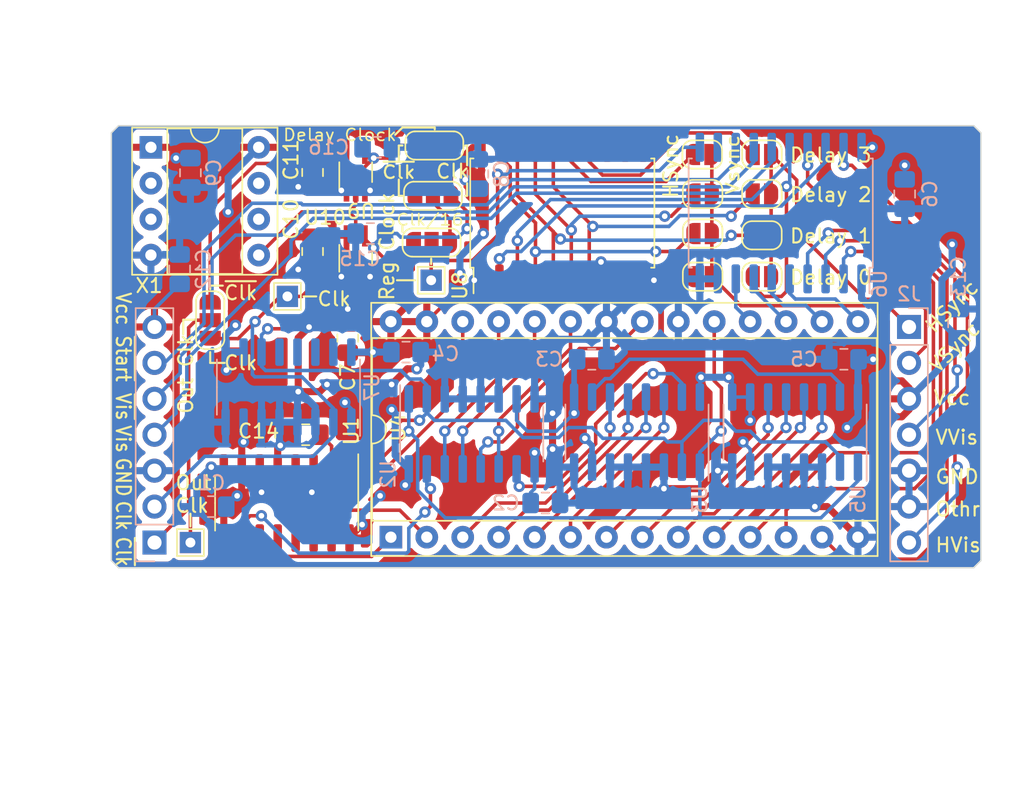
<source format=kicad_pcb>
(kicad_pcb (version 20221018) (generator pcbnew)
  (layers (0 "F.Cu" signal) (31 "B.Cu" signal) (34 "B.Paste" user) (35 "F.Paste" user) (36 "B.SilkS" user "B.Silkscreen") (37 "F.SilkS" user "F.Silkscreen") (38 "B.Mask" user) (39 "F.Mask" user) (44 "Edge.Cuts" user))
  (net 0 "")
  (net 1 "VCC")
  (net 2 "GND")
  (net 3 "/~{Clk}")
  (net 4 "/Clk")
  (net 5 "/Vis")
  (net 6 "/~{Vis}")
  (net 7 "/~{StartFrame}")
  (net 8 "/HSYNC_{3}")
  (net 9 "/VSYNC_{3}")
  (net 10 "/VertVis")
  (net 11 "/HVis")
  (net 12 "/~{RESET}")
  (net 13 "/CLK_{sync}")
  (net 14 "Net-(U1-CET)")
  (net 16 "/A14")
  (net 17 "/A13")
  (net 18 "/A12")
  (net 20 "Net-(U2-CET)")
  (net 21 "/A11")
  (net 22 "/A10")
  (net 23 "/A9")
  (net 24 "/A8")
  (net 25 "Net-(U3-CET)")
  (net 26 "/A7")
  (net 27 "/A6")
  (net 28 "/A5")
  (net 29 "/A4")
  (net 30 "/A3")
  (net 31 "/A2")
  (net 32 "/A1")
  (net 33 "/A0")
  (net 34 "Net-(U4-D0)")
  (net 35 "Net-(U4-D1)")
  (net 36 "Net-(U4-D2)")
  (net 37 "Net-(U4-D3)")
  (net 38 "Net-(U4-D4)")
  (net 39 "Net-(U4-D5)")
  (net 40 "Net-(U4-D6)")
  (net 41 "/Vsync")
  (net 42 "/HSync")
  (net 47 "/HSYNC_{1}")
  (net 48 "/VSYNC_{1}")
  (net 49 "/HSYNC_{2}")
  (net 50 "/VSYNC_{2}")
  (net 53 "Net-(X1-OUT)")
  (net 54 "Net-(JP3-C)")
  (net 55 "Net-(J1-Pin_1)")
  (net 56 "/HSYNC_{sel}")
  (net 57 "/VSYNC_{sel}")
  (net 58 "Net-(JP1-C)")
  (net 59 "Net-(JP11-C)")
  (footprint "Jumper:SolderJumper-3_P1.3mm_Open_RoundedPad1.0x1.5mm_NumberLabels" (layer "F.Cu") (at 76.073 58.293 180)
    (fp_text reference "JP1" hide)
    (fp_text value "SolderJumper_3_Open")
  )
  (footprint "Jumper:SolderJumper-2_P1.3mm_Open_RoundedPad1.0x1.5mm" (layer "F.Cu") (at 95.137999 64.008)
    (fp_text reference "JP2" hide)
    (fp_text value "SolderJumper_2_Open")
  )
  (footprint "TestPoint:TestPoint_THTPad_1.5x1.5mm_Drill0.7mm" (layer "F.Cu") (at 75.946 64.262)
    (fp_text reference "TP3" hide)
    (fp_text value "TestPoint")
  )
  (footprint "Jumper:SolderJumper-3_P1.3mm_Open_RoundedPad1.0x1.5mm_NumberLabels" (layer "F.Cu") (at 75.976 61.595)
    (fp_text reference "JP3" hide)
    (fp_text value "SolderJumper_3_Open")
  )
  (footprint "Capacitor_SMD:C_0805_2012Metric_Pad1.18x1.45mm_HandSolder" (layer "F.Cu") (at 67.564 56.642 90)
    (fp_text reference "C11")
    (fp_text value "100n")
  )
  (footprint "Capacitor_SMD:C_0805_2012Metric_Pad1.18x1.45mm_HandSolder" (layer "F.Cu") (at 67.0775 75.184 180)
    (fp_text reference "C14")
    (fp_text value "C_Small")
  )
  (footprint "Jumper:SolderJumper-2_P1.3mm_Open_RoundedPad1.0x1.5mm" (layer "F.Cu") (at 99.329 55.372)
    (fp_text reference "JP10" hide)
    (fp_text value "SolderJumper_2_Open")
  )
  (footprint "Package_SO:SOIC-16_3.9x9.9mm_P1.27mm" (layer "F.Cu") (at 65.7317 80.01 -90)
    (fp_text reference "U1")
    (fp_text value "74LS161")
  )
  (footprint "Capacitor_SMD:C_0805_2012Metric_Pad1.18x1.45mm_HandSolder" (layer "F.Cu") (at 67.564 62.23 90)
    (fp_text reference "C10")
    (fp_text value "100n")
  )
  (footprint "Package_DIP:DIP-28_W15.24mm_Socket" (layer "F.Cu") (at 73.0977 82.426 90)
    (fp_text reference "U4")
    (fp_text value "28C256")
  )
  (footprint "Jumper:SolderJumper-2_P1.3mm_Open_RoundedPad1.0x1.5mm" (layer "F.Cu") (at 95.138 60.96)
    (fp_text reference "JP5" hide)
    (fp_text value "SolderJumper_2_Open")
  )
  (footprint "Package_SO:SOIC-20W_7.5x12.8mm_P1.27mm" (layer "F.Cu") (at 85.217 59.514 90)
    (fp_text reference "U8")
    (fp_text value "74HCT574")
  )
  (footprint "Jumper:SolderJumper-2_P1.3mm_Open_RoundedPad1.0x1.5mm" (layer "F.Cu") (at 95.108 55.372)
    (fp_text reference "JP9" hide)
    (fp_text value "SolderJumper_2_Open")
  )
  (footprint "Jumper:SolderJumper-2_P1.3mm_Open_RoundedPad1.0x1.5mm" (layer "F.Cu") (at 99.329 61.087)
    (fp_text reference "JP6" hide)
    (fp_text value "SolderJumper_2_Open")
  )
  (footprint "Jumper:SolderJumper-3_P1.3mm_Open_RoundedPad1.0x1.5mm_NumberLabels" (layer "F.Cu") (at 60.325 67.086 90)
    (fp_text reference "JP12" hide)
    (fp_text value "SolderJumper_3_Open")
  )
  (footprint "Package_DIP:DIP-8_W7.62mm_Socket" (layer "F.Cu") (at 56.134 54.864)
    (fp_text reference "X1")
    (fp_text value "CXO_DIP8")
  )
  (footprint "Jumper:SolderJumper-2_P1.3mm_Open_RoundedPad1.0x1.5mm" (layer "F.Cu") (at 99.329 64.008)
    (fp_text reference "JP4" hide)
    (fp_text value "SolderJumper_2_Open")
  )
  (footprint "Capacitor_SMD:C_0805_2012Metric_Pad1.18x1.45mm_HandSolder" (layer "F.Cu") (at 70.0497 68.3475 90)
    (fp_text reference "C7")
    (fp_text value "C_Small")
  )
  (footprint "TestPoint:TestPoint_THTPad_1.5x1.5mm_Drill0.7mm" (layer "F.Cu") (at 65.786 65.405)
    (fp_text reference "TP2" hide)
    (fp_text value "TestPoint")
  )
  (footprint "Package_TO_SOT_SMD:SOT-353_SC-70-5_Handsoldering" (layer "F.Cu") (at 70.612 62.4565 90)
    (fp_text reference "U10")
    (fp_text value "74AHC1G125")
  )
  (footprint "Jumper:SolderJumper-2_P1.3mm_Open_RoundedPad1.0x1.5mm" (layer "F.Cu") (at 95.138 58.166)
    (fp_text reference "JP7" hide)
    (fp_text value "SolderJumper_2_Open")
  )
  (footprint "TestPoint:TestPoint_THTPad_1.5x1.5mm_Drill0.7mm" (layer "F.Cu") (at 58.928 82.804)
    (fp_text reference "TP1" hide)
    (fp_text value "TestPoint")
  )
  (footprint "Jumper:SolderJumper-3_P1.3mm_Open_RoundedPad1.0x1.5mm_NumberLabels" (layer "F.Cu") (at 76.17 54.737)
    (fp_text reference "JP11" hide)
    (fp_text value "SolderJumper_3_Open")
  )
  (footprint "Jumper:SolderJumper-2_P1.3mm_Open_RoundedPad1.0x1.5mm" (layer "F.Cu") (at 99.329 58.166)
    (fp_text reference "JP8" hide)
    (fp_text value "SolderJumper_2_Open")
  )
  (footprint "Package_TO_SOT_SMD:SOT-353_SC-70-5_Handsoldering" (layer "F.Cu") (at 70.612 56.6205 90)
    (fp_text reference "U9")
    (fp_text value "74AUC1G240")
  )
  (footprint "Connector_PinHeader_2.54mm:PinHeader_1x07_P2.54mm_Vertical" (layer "B.Cu") (at 109.728 67.564 180)
    (fp_text reference "J2")
    (fp_text value "Conn_01x07")
  )
  (footprint "Capacitor_SMD:C_0805_2012Metric_Pad1.18x1.45mm_HandSolder" (layer "B.Cu") (at 84.0197 80.01)
    (fp_text reference "C2")
    (fp_text value "C_Small")
  )
  (footprint "Capacitor_SMD:C_0805_2012Metric_Pad1.18x1.45mm_HandSolder" (layer "B.Cu") (at 72.136 54.864)
    (fp_text reference "C16")
    (fp_text value "C_Small")
  )
  (footprint "Capacitor_SMD:C_0805_2012Metric_Pad1.18x1.45mm_HandSolder" (layer "B.Cu") (at 58.166 63.4785 90)
    (fp_text reference "C12")
    (fp_text value "10u")
  )
  (footprint "Package_SO:SOIC-16_3.9x9.9mm_P1.27mm" (layer "B.Cu") (at 78.8127 75.125 -90)
    (fp_text reference "U2")
    (fp_text value "74LS161")
  )
  (footprint "Capacitor_SMD:C_0805_2012Metric_Pad1.18x1.45mm_HandSolder" (layer "B.Cu") (at 105.1232 69.85 180)
    (fp_text reference "C5")
    (fp_text value "C_Small")
  )
  (footprint "Package_SO:SOIC-16_3.9x9.9mm_P1.27mm" (layer "B.Cu") (at 65.8587 71.817 90)
    (fp_text reference "U7")
    (fp_text value "74LS161")
  )
  (footprint "Connector_PinHeader_2.54mm:PinHeader_1x07_P2.54mm_Vertical" (layer "B.Cu") (at 56.388 82.804)
    (fp_text reference "J1" hide)
    (fp_text value "Conn_01x07")
  )
  (footprint "Package_SO:SOIC-16_3.9x9.9mm_P1.27mm" (layer "B.Cu") (at 101.6727 74.995 90)
    (fp_text reference "U5")
    (fp_text value "74LS161")
  )
  (footprint "Capacitor_SMD:C_0805_2012Metric_Pad1.18x1.45mm_HandSolder" (layer "B.Cu") (at 71.6495 60.96 180)
    (fp_text reference "C15")
    (fp_text value "C_Small")
  )
  (footprint "Capacitor_SMD:C_0805_2012Metric_Pad1.18x1.45mm_HandSolder" (layer "B.Cu") (at 87.3002 69.85)
    (fp_text reference "C3")
    (fp_text value "C_Small")
  )
  (footprint "Package_SO:SOIC-20W_7.5x12.8mm_P1.27mm" (layer "B.Cu") (at 100.6567 59.514 90)
    (fp_text reference "U6")
    (fp_text value "74HCT574")
  )
  (footprint "Capacitor_SMD:C_0805_2012Metric_Pad1.18x1.45mm_HandSolder" (layer "B.Cu") (at 109.4197 58.166 -90)
    (fp_text reference "C6")
    (fp_text value "C_Small")
  )
  (footprint "Capacitor_SMD:C_0805_2012Metric_Pad1.18x1.45mm_HandSolder" (layer "B.Cu") (at 113.2297 67.3315 90)
    (fp_text reference "C13")
    (fp_text value "10u")
  )
  (footprint "Capacitor_SMD:C_0805_2012Metric_Pad1.18x1.45mm_HandSolder" (layer "B.Cu") (at 58.928 56.6635 -90)
    (fp_text reference "C9")
    (fp_text value "100n")
  )
  (footprint "Capacitor_SMD:C_0805_2012Metric_Pad1.18x1.45mm_HandSolder" (layer "B.Cu") (at 74.168 69.342)
    (fp_text reference "C4")
    (fp_text value "C_Small")
  )
  (footprint "Capacitor_SMD:C_0805_2012Metric_Pad1.18x1.45mm_HandSolder" (layer "B.Cu") (at 79.248 56.7475 90)
    (fp_text reference "C8")
    (fp_text value "C_Small")
  )
  (footprint "Capacitor_SMD:C_0805_2012Metric_Pad1.18x1.45mm_HandSolder" (layer "B.Cu") (at 60.4192 80.264 180)
    (fp_text reference "C1")
    (fp_text value "C_Small")
  )
  (footprint "Package_SO:SOIC-16_3.9x9.9mm_P1.27mm" (layer "B.Cu") (at 90.4967 74.995 90)
    (fp_text reference "U3")
    (fp_text value "74LS161")
  )
  (gr_line (start 73.406 53.975) (end 73.914 53.467) (stroke (width 0.15)) (layer "F.SilkS"))
  (gr_line (start 60.325 70.104) (end 61.341 70.104) (stroke (width 0.15)) (layer "F.SilkS"))
  (gr_line (start 58.42 67.056) (end 59.182 67.056) (stroke (width 0.15)) (layer "F.SilkS"))
  (gr_line (start 60.325 69.342) (end 60.325 70.104) (stroke (width 0.15)) (layer "F.SilkS"))
  (gr_line (start 58.42 68.072) (end 58.42 67.056) (stroke (width 0.15)) (layer "F.SilkS"))
  (gr_line (start 78.486 54.737) (end 78.359 54.737) (stroke (width 0.15)) (layer "F.SilkS"))
  (gr_line (start 73.66 55.753) (end 73.66 54.737) (stroke (width 0.15)) (layer "F.SilkS"))
  (gr_line (start 73.914 60.452) (end 73.914 60.833) (stroke (width 0.15)) (layer "F.SilkS"))
  (gr_line (start 73.533 64.262) (end 74.803 64.262) (stroke (width 0.15)) (layer "F.SilkS"))
  (gr_line (start 76.2 53.594) (end 76.2 53.467) (stroke (width 0.15)) (layer "F.SilkS"))
  (gr_line (start 60.325 64.897) (end 60.325 64.643) (stroke (width 0.15)) (layer "F.SilkS"))
  (gr_line (start 78.486 58.293) (end 78.359 58.293) (stroke (width 0.15)) (layer "F.SilkS"))
  (gr_line (start 66.929 65.405) (end 67.818 65.405) (stroke (width 0.15)) (layer "F.SilkS"))
  (gr_line (start 58.928 81.661) (end 58.928 80.772) (stroke (width 0.15)) (layer "F.SilkS"))
  (gr_line (start 76.2 53.467) (end 73.914 53.467) (stroke (width 0.15)) (layer "F.SilkS"))
  (gr_line (start 73.66 58.293) (end 73.914 58.293) (stroke (width 0.15)) (layer "F.SilkS"))
  (gr_line (start 75.946 63.119) (end 75.946 62.738) (stroke (width 0.15)) (layer "F.SilkS"))
  (gr_line (start 78.486 56.134) (end 78.486 54.737) (stroke (width 0.15)) (layer "F.SilkS"))
  (gr_line (start 60.325 64.643) (end 61.214 64.643) (stroke (width 0.15)) (layer "F.SilkS"))
  (gr_line (start 73.66 57.15) (end 73.66 58.293) (stroke (width 0.15)) (layer "F.SilkS"))
  (gr_line (start 73.66 54.737) (end 73.914 54.737) (stroke (width 0.15)) (layer "F.SilkS"))
  (gr_line (start 78.486 58.293) (end 78.486 57.404) (stroke (width 0.15)) (layer "F.SilkS"))
  (gr_line (start 53.848 84.582) (end 114.3 84.582) (stroke (width 0.1)) (layer "Edge.Cuts"))
  (gr_line (start 114.808 53.848) (end 114.3 53.34) (stroke (width 0.1)) (layer "Edge.Cuts"))
  (gr_line (start 114.808 84.074) (end 114.3 84.582) (stroke (width 0.1)) (layer "Edge.Cuts"))
  (gr_line (start 114.3 53.34) (end 53.848 53.34) (stroke (width 0.1)) (layer "Edge.Cuts"))
  (gr_line (start 114.808 84.074) (end 114.808 53.848) (stroke (width 0.1)) (layer "Edge.Cuts"))
  (gr_line (start 53.34 53.848) (end 53.34 84.074) (stroke (width 0.1)) (layer "Edge.Cuts"))
  (gr_line (start 53.34 53.848) (end 53.848 53.34) (stroke (width 0.1)) (layer "Edge.Cuts"))
  (gr_line (start 53.848 84.582) (end 53.34 84.074) (stroke (width 0.1)) (layer "Edge.Cuts"))
  (gr_text "Delay 3" (at 101.219 56.007) (layer "F.SilkS") (effects (font (size 1 1)) (justify left bottom)))
  (gr_text "Delay Clock" (at 65.405 54.483) (layer "F.SilkS") (effects (font (size 0.85 0.9) (thickness 0.12)) (justify left bottom)))
  (gr_text "~{Vis}" (at 53.594 72.136 270) (layer "F.SilkS") (effects (font (size 1 0.9)) (justify left bottom)))
  (gr_text "Clk" (at 76.2 57.15) (layer "F.SilkS") (effects (font (size 1 1)) (justify left bottom)))
  (gr_text "Clk" (at 67.818 66.167) (layer "F.SilkS") (effects (font (size 1 1)) (justify left bottom)))
  (gr_text "Delay 0" (at 101.219 64.643) (layer "F.SilkS") (effects (font (size 1 1)) (justify left bottom)))
  (gr_text "Delay 2" (at 101.219 58.801) (layer "F.SilkS") (effects (font (size 1 1)) (justify left bottom)))
  (gr_text "Delay 1" (at 101.219 61.722) (layer "F.SilkS") (effects (font (size 1 1)) (justify left bottom)))
  (gr_text "~{Clk}" (at 72.39 57.15) (layer "F.SilkS") (effects (font (size 0.9 1)) (justify left bottom)))
  (gr_text "Vcc" (at 53.594 65.024 270) (layer "F.SilkS") (effects (font (size 1 0.9)) (justify left bottom)))
  (gr_text "GND" (at 53.594 76.708 270) (layer "F.SilkS") (effects (font (size 1 0.9)) (justify left bottom)))
  (gr_text "Vcc" (at 111.379 73.152) (layer "F.SilkS") (effects (font (size 1 1)) (justify left bottom)))
  (gr_text "~{Start}" (at 53.594 68.072 270) (layer "F.SilkS") (effects (font (size 1 0.9)) (justify left bottom)))
  (gr_text "Reg Clock" (at 73.406 65.786 90) (layer "F.SilkS") (effects (font (size 1 1)) (justify left bottom)))
  (gr_text "VVis" (at 111.506 75.946) (layer "F.SilkS") (effects (font (size 1 1)) (justify left bottom)))
  (gr_text "Clk/16" (at 73.406 60.452) (layer "F.SilkS") (effects (font (size 0.8 0.9) (thickness 0.12)) (justify left bottom)))
  (gr_text "HSync" (at 111.506 68.199 45) (layer "F.SilkS") (effects (font (size 1 1)) (justify left bottom)))
  (gr_text "HSync" (at 93.472 58.547 90) (layer "F.SilkS") (effects (font (size 1 1)) (justify left bottom)))
  (gr_text "HVis" (at 111.506 83.566) (layer "F.SilkS") (effects (font (size 1 1)) (justify left bottom)))
  (gr_text "Out Clk" (at 59.182 73.787 90) (layer "F.SilkS") (effects (font (size 1 1)) (justify left bottom)))
  (gr_text "VSync" (at 111.76 70.993 45) (layer "F.SilkS") (effects (font (size 1 1)) (justify left bottom)))
  (gr_text "~{Clk}" (at 53.594 82.296 -90) (layer "F.SilkS") (effects (font (size 1 0.9)) (justify left bottom)))
  (gr_text "Vsync" (at 97.79 58.293 90) (layer "F.SilkS") (effects (font (size 0.9 1)) (justify left bottom)))
  (gr_text "Vis" (at 53.594 74.422 -90) (layer "F.SilkS") (effects (font (size 1 0.9)) (justify left bottom)))
  (gr_text "Clk" (at 53.594 79.756 270) (layer "F.SilkS") (effects (font (size 1 0.9)) (justify left bottom)))
  (gr_text "GND" (at 111.506 78.74) (layer "F.SilkS") (effects (font (size 1 1)) (justify left bottom)))
  (gr_text "Out\nClk" (at 57.785 80.772) (layer "F.SilkS") (effects (font (size 1 1)) (justify left bottom)))
  (gr_text "Othr" (at 111.506 81.026) (layer "F.SilkS") (effects (font (size 1 1)) (justify left bottom)))
  (segment (start 78.867 54.864) (end 78.359 55.372) (width 0.45) (layer "F.Cu") (net 1))
  (segment (start 70.1767 82.485) (end 70.1767 82.423) (width 0.25) (layer "F.Cu") (net 1))
  (segment (start 109.728 72.644) (end 109.728 73.406) (width 0.5) (layer "F.Cu") (net 1))
  (segment (start 109.22 71.374) (end 108.712 71.374) (width 0.5) (layer "F.Cu") (net 1))
  (segment (start 78.359 57.656) (end 79.629 58.926) (width 0.25) (layer "F.Cu") (net 1))
  (segment (start 92.202 66.04) (end 92.202 68.58) (width 0.4) (layer "F.Cu") (net 1))
  (segment (start 73.0977 67.186) (end 74.168 66.1157) (width 0.5) (layer "F.Cu") (net 1))
  (segment (start 109.728 71.882) (end 109.22 71.374) (width 0.5) (layer "F.Cu") (net 1))
  (segment (start 74.168 66.1157) (end 74.168 66.04) (width 0.25) (layer "F.Cu") (net 1))
  (segment (start 70.1767 82.423) (end 71.0657 81.534) (width 0.5) (layer "F.Cu") (net 1))
  (segment (start 79.629 58.926) (end 79.629 60.96) (width 0.25) (layer "F.Cu") (net 1))
  (segment (start 64.643 84.455) (end 111.252 84.455) (width 0.25) (layer "F.Cu") (net 1))
  (segment (start 55.118 53.467) (end 57.404 53.467) (width 0.25) (layer "F.Cu") (net 1))
  (segment (start 78.359 55.372) (end 78.359 57.15) (width 0.45) (layer "F.Cu") (net 1))
  (segment (start 69.962 62.118) (end 69.596 62.484) (width 0.4) (layer "F.Cu") (net 1))
  (segment (start 109.728 72.644) (end 109.728 71.882) (width 0.5) (layer "F.Cu") (net 1))
  (segment (start 75.6377 67.186) (end 76.7627 66.061) (width 0.25) (layer "F.Cu") (net 1))
  (segment (start 63.119 53.467) (end 64.389 53.467) (width 0.25) (layer "F.Cu") (net 1))
  (segment (start 109.22 73.914) (end 108.458 73.914) (width 0.5) (layer "F.Cu") (net 1))
  (segment (start 111.252 84.455) (end 111.633 84.074) (width 0.25) (layer "F.Cu") (net 1))
  (segment (start 109.728 73.406) (end 109.22 73.914) (width 0.5) (layer "F.Cu") (net 1))
  (segment (start 69.962 61.1265) (end 69.962 62.118) (width 0.4) (layer "F.Cu") (net 1))
  (segment (start 78.359 57.15) (end 78.359 57.656) (width 0.25) (layer "F.Cu") (net 1))
  (segment (start 79.502 54.864) (end 78.867 54.864) (width 0.45) (layer "F.Cu") (net 1))
  (via (at 71.0657 81.534) (size 0.8) (drill 0.4) (layers "F.Cu" "B.Cu") (net 1))
  (via (at 97.9897 75.692) (size 0.8) (drill 0.4) (layers "F.Cu" "B.Cu") (net 1))
  (via (at 73.152 73.406) (size 0.8) (drill 0.4) (layers "F.Cu" "B.Cu") (net 1))
  (via (at 57.912 55.626) (size 0.8) (drill 0.4) (layers "F.Cu" "B.Cu") (net 1))
  (via (at 96.9737 71.12) (size 0.8) (drill 0.4) (layers "F.Cu" "B.Cu") (net 1))
  (via (at 62.107653 67.441653) (size 0.8) (drill 0.4) (layers "F.Cu" "B.Cu") (net 1))
  (via (at 79.629 60.96) (size 0.8) (drill 0.4) (layers "F.Cu" "B.Cu") (net 1))
  (via (at 105.3557 74.676) (size 0.8) (drill 0.4) (layers "F.Cu" "B.Cu") (net 1))
  (via (at 112.776 61.722) (size 0.8) (drill 0.4) (layers "F.Cu" "B.Cu") (net 1))
  (via (at 77.978 63.754) (size 0.8) (drill 0.4) (layers "F.Cu" "B.Cu") (net 1))
  (via (at 61.468 70.612) (size 0.8) (drill 0.4) (layers "F.Cu" "B.Cu") (net 1))
  (via (at 98.4977 74.168) (size 0.8) (drill 0.4) (layers "F.Cu" "B.Cu") (net 1))
  (via (at 69.85 72.898) (size 0.8) (drill 0.4) (layers "F.Cu" "B.Cu") (net 1))
  (via (at 62.6837 75.692) (size 0.8) (drill 0.4) (layers "F.Cu" "B.Cu") (net 1))
  (via (at 71.8277 69.342) (size 0.8) (drill 0.4) (layers "F.Cu" "B.Cu") (net 1))
  (via (at 107.1337 54.864) (size 0.8) (drill 0.4) (layers "F.Cu" "B.Cu") (net 1))
  (via (at 109.4197 56.134) (size 0.8) (drill 0.4) (layers "F.Cu" "B.Cu") (net 1))
  (via (at 78.359 57.15) (size 0.8) (drill 0.4) (layers "F.Cu" "B.Cu") (net 1))
  (via (at 72.3357 79.502) (size 0.8) (drill 0.4) (layers "F.Cu" "B.Cu") (net 1))
  (via (at 86.0517 73.66) (size 0.8) (drill 0.4) (layers "F.Cu" "B.Cu") (net 1))
  (via (at 62.23 79.502) (size 0.8) (drill 0.4) (layers "F.Cu" "B.Cu") (net 1))
  (via (at 86.8137 75.438) (size 0.8) (drill 0.4) (layers "F.Cu" "B.Cu") (net 1))
  (via (at 95.0212 71.12) (size 0.8) (drill 0.4) (layers "F.Cu" "B.Cu") (net 1))
  (via (at 74.1137 78.74) (size 0.8) (drill 0.4) (layers "F.Cu" "B.Cu") (net 1))
  (via (at 61.595 59.436) (size 0.8) (drill 0.4) (layers "F.Cu" "B.Cu") (net 1))
  (via (at 83.2577 76.454) (size 0.8) (drill 0.4) (layers "F.Cu" "B.Cu") (net 1))
  (via (at 107.188 69.85) (size 0.8) (drill 0.4) (layers "F.Cu" "B.Cu") (net 1))
  (segment (start 98.4977 76.2) (end 97.9897 75.692) (width 0.25) (layer "B.Cu") (net 1))
  (segment (start 84.7817 74.93) (end 82.7497 74.93) (width 0.25) (layer "B.Cu") (net 1))
  (segment (start 95.0212 71.12) (end 96.9737 71.12) (width 0.5) (layer "B.Cu") (net 1))
  (segment (start 112.0547 67.194) (end 112.0547 64.2213) (width 0.5) (layer "B.Cu") (net 1))
  (segment (start 61.4137 69.342) (end 61.4137 68.135606) (width 0.5) (layer "B.Cu") (net 1))
  (segment (start 77.978 62.611) (end 77.978 63.754) (width 0.5) (layer "B.Cu") (net 1))
  (segment (start 61.595 57.023) (end 63.754 54.864) (width 0.5) (layer "B.Cu") (net 1))
  (segment (start 113.2297 68.369) (end 112.0547 67.194) (width 0.5) (layer "B.Cu") (net 1))
  (segment (start 70.3037 73.3517) (end 69.85 72.898) (width 0.25) (layer "B.Cu") (net 1))
  (segment (start 73.406 76.454) (end 73.406 73.66) (width 0.5) (layer "B.Cu") (net 1))
  (segment (start 106.1177 72.52) (end 106.1177 69.893) (width 0.5) (layer "B.Cu") (net 1))
  (segment (start 87.3217 75.946) (end 86.8137 75.438) (width 0.4) (layer "B.Cu") (net 1))
  (segment (start 109.4197 57.1285) (end 109.4197 56.134) (width 0.25) (layer "B.Cu") (net 1))
  (segment (start 74.3677 77.6) (end 74.3677 78.486) (width 0.25) (layer "B.Cu") (net 1))
  (segment (start 86.0517 72.52) (end 86.0517 73.66) (width 0.25) (layer "B.Cu") (net 1))
  (segment (start 73.406 73.66) (end 73.152 73.406) (width 0.5) (layer "B.Cu") (net 1))
  (segment (start 74.3677 77.6) (end 73.406 76.6383) (width 0.5) (layer "B.Cu") (net 1))
  (segment (start 71.0657 80.772) (end 72.3357 79.502) (width 0.5) (layer "B.Cu") (net 1))
  (segment (start 70.3037 74.292) (end 70.3037 73.3517) (width 0.25) (layer "B.Cu") (net 1))
  (segment (start 61.4137 68.135606) (end 62.107653 67.441653) (width 0.5) (layer "B.Cu") (net 1))
  (segment (start 81.9877 74.168) (end 81.9877 72.65) (width 0.25) (layer "B.Cu") (net 1))
  (segment (start 106.1177 69.893) (end 106.1607 69.85) (width 0.25) (layer "B.Cu") (net 1))
  (segment (start 61.4137 69.342) (end 61.4137 70.5577) (width 0.5) (layer "B.Cu") (net 1))
  (segment (start 83.2577 78.994) (end 83.2577 77.6) (width 0.25) (layer "B.Cu") (net 1))
  (segment (start 71.0657 81.534) (end 71.0657 80.772) (width 0.5) (layer "B.Cu") (net 1))
  (segment (start 106.3717 54.864) (end 107.1337 54.864) (width 0.25) (layer "B.Cu") (net 1))
  (segment (start 107.145 69.893) (end 107.188 69.85) (width 0.25) (layer "B.Cu") (net 1))
  (segment (start 82.9822 79.2695) (end 82.9822 80.01) (width 0.25) (layer "B.Cu") (net 1))
  (segment (start 83.2577 77.6) (end 83.2577 76.454) (width 0.25) (layer "B.Cu") (net 1))
  (segment (start 78.994 57.785) (end 78.359 57.15) (width 0.25) (layer "B.Cu") (net 1))
  (segment (start 106.1177 72.52) (end 106.1177 73.914) (width 0.5) (layer "B.Cu") (net 1))
  (segment (start 58.928 55.626) (end 57.912 55.626) (width 0.25) (layer "B.Cu") (net 1))
  (segment (start 112.776 63.5) (end 112.776 61.722) (width 0.5) (layer "B.Cu") (net 1))
  (segment (start 79.629 60.96) (end 77.978 62.611) (width 0.5) (layer "B.Cu") (net 1))
  (segment (start 112.0547 64.2213) (end 112.776 63.5) (width 0.5) (layer "B.Cu") (net 1))
  (segment (start 73.406 76.6383) (end 73.406 76.454) (width 0.5) (layer "B.Cu") (net 1))
  (segment (start 56.388 67.564) (end 56.388 66.294) (width 0.25) (layer "B.Cu") (net 1))
  (segment (start 86.0517 70.061) (end 86.2627 69.85) (width 0.4) (layer "B.Cu") (net 1))
  (segment (start 71.8277 69.342) (end 73.1305 69.342) (width 0.5) (layer "B.Cu") (net 1))
  (segment (start 97.2277 72.52) (end 97.2277 71.374) (width 0.25) (layer "B.Cu") (net 1))
  (segment (start 106.1177 73.914) (end 105.3557 74.676) (width 0.5) (layer "B.Cu") (net 1))
  (segment (start 82.7497 74.93) (end 81.9877 74.168) (width 0.25) (layer "B.Cu") (net 1))
  (segment (start 70.3037 69.342) (end 71.8277 69.342) (width 0.5) (layer "B.Cu") (net 1))
  (segment (start 61.595 57.023) (end 61.595 59.436) (width 0.5) (layer "B.Cu") (net 1))
  (segment (start 94.9417 71.1995) (end 95.0212 71.12) (width 0.25) (layer "B.Cu") (net 1))
  (segment (start 97.2277 71.374) (end 96.9737 71.12) (width 0.25) (layer "B.Cu") (net 1))
  (segment (start 97.2277 72.52) (end 98.4977 72.52) (width 0.25) (layer "B.Cu") (net 1))
  (segment (start 87.3217 77.47) (end 87.3217 75.946) (width 0.4) (layer "B.Cu") (net 1))
  (segment (start 86.0517 73.66) (end 84.7817 74.93) (width 0.25) (layer "B.Cu") (net 1))
  (segment (start 113.2297 69.1423) (end 113.2297 68.369) (width 0.5) (layer "B.Cu") (net 1))
  (segment (start 56.388 66.294) (end 58.166 64.516) (width 0.25) (layer "B.Cu") (net 1))
  (segment (start 109.728 72.644) (end 113.2297 69.1423) (width 0.5) (layer "B.Cu") (net 1))
  (segment (start 61.4137 70.5577) (end 61.468 70.612) (width 0.5) (layer "B.Cu") (net 1))
  (segment (start 94.9417 72.52) (end 94.9417 71.1995) (width 0.25) (layer "B.Cu") (net 1))
  (segment (start 83.2577 78.994) (end 82.9822 79.2695) (width 0.25) (layer "B.Cu") (net 1))
  (segment (start 106.1177 69.893) (end 107.145 69.893) (width 0.5) (layer "B.Cu") (net 1))
  (segment (start 61.4567 80.264) (end 61.468 80.264) (width 0.25) (layer "B.Cu") (net 1))
  (segment (start 98.4977 72.52) (end 98.4977 74.168) (width 0.25) (layer "B.Cu") (net 1))
  (segment (start 61.4137 69.342) (end 62.6837 69.342) (width 0.5) (layer "B.Cu") (net 1))
  (segment (start 61.468 80.264) (end 62.23 79.502) (width 0.25) (layer "B.Cu") (net 1))
  (segment (start 79.248 57.785) (end 78.994 57.785) (width 0.25) (layer "B.Cu") (net 1))
  (segment (start 98.4977 77.47) (end 98.4977 76.2) (width 0.25) (layer "B.Cu") (net 1))
  (segment (start 62.6837 74.292) (end 62.6837 75.692) (width 0.25) (layer "B.Cu") (net 1))
  (segment (start 86.0517 72.52) (end 86.0517 70.061) (width 0.4) (layer "B.Cu") (net 1))
  (segment (start 74.3677 78.486) (end 74.1137 78.74) (width 0.25) (layer "B.Cu") (net 1))
  (segment (start 91.596 64.164) (end 91.694 64.262) (width 0.25) (layer "F.Cu") (net 2))
  (segment (start 103.9557 80.264) (end 103.0697 80.264) (width 0.5) (layer "F.Cu") (net 2))
  (segment (start 79.502 64.164) (end 79.092 64.164) (width 0.25) (layer "F.Cu") (net 2))
  (segment (start 66.04 75.184) (end 65.278 75.946) (width 0.5) (layer "F.Cu") (net 2))
  (segment (start 89.662 64.164) (end 90.932 64.164) (width 0.25) (layer "F.Cu") (net 2))
  (segment (start 71.5895 57.9505) (end 71.628 57.912) (width 0.25) (layer "F.Cu") (net 2))
  (segment (start 69.8175 63.7865) (end 69.596 64.008) (width 0.25) (layer "F.Cu") (net 2))
  (segment (start 67.6367 79.121) (end 67.5097 79.248) (width 0.25) (layer "F.Cu") (net 2))
  (segment (start 63.8267 77.535) (end 65.0967 77.535) (width 0.25) (layer "F.Cu") (net 2))
  (segment (start 79.092 64.164) (end 78.994 64.262) (width 0.25) (layer "F.Cu") (net 2))
  (segment (start 66.548 68.335306) (end 67.314653 67.568653) (width 0.5) (layer "F.Cu") (net 2))
  (segment (start 68.072 72.136) (end 68.58 71.628) (width 0.5) (layer "F.Cu") (net 2))
  (segment (start 94.933102 78.994) (end 96.207401 77.719701) (width 0.5) (layer "F.Cu") (net 2))
  (segment (start 70.0497 67.31) (end 70.0497 66.294) (width 0.25) (layer "F.Cu") (net 2))
  (segment (start 67.564 57.6795) (end 66.5695 57.6795) (width 0.25) (layer "F.Cu") (net 2))
  (segment (start 65.0967 77.535) (end 66.3667 77.535) (width 0.25) (layer "F.Cu") (net 2))
  (segment (start 71.262 63.7865) (end 71.4065 63.7865) (width 0.25) (layer "F.Cu") (net 2))
  (segment (start 69.6345 57.9505) (end 69.596 57.912) (width 0.25) (layer "F.Cu") (net 2))
  (segment (start 88.392 64.164) (end 89.662 64.164) (width 0.25) (layer "F.Cu") (net 2))
  (segment (start 92.4017 78.994) (end 94.933102 78.994) (width 0.5) (layer "F.Cu") (net 2))
  (segment (start 74.258 70.522) (end 73.152 71.628) (width 0.5) (layer "F.Cu") (net 2))
  (segment (start 84.5277 76.2) (end 84.5277 73.66) (width 0.5) (layer "F.Cu") (net 2))
  (segment (start 71.4065 63.7865) (end 71.628 64.008) (width 0.25) (layer "F.Cu") (net 2))
  (segment (start 67.6367 77.535) (end 66.3667 77.535) (width 0.25) (layer "F.Cu") (net 2))
  (segment (start 106.1177 82.426) (end 103.9557 80.264) (width 0.5) (layer "F.Cu") (net 2))
  (segment (start 74.93 70.522) (end 74.258 70.522) (width 0.5) (layer "F.Cu") (net 2))
  (segment (start 66.5695 57.6795) (end 66.548 57.658) (width 0.25) (layer "F.Cu") (net 2))
  (segment (start 67.6367 77.535) (end 67.6367 79.121) (width 0.25) (layer "F.Cu") (net 2))
  (segment (start 66.548 72.136) (end 66.548 68.335306) (width 0.5) (layer "F.Cu") (net 2))
  (segment (start 88.392 63.406936) (end 87.95263 62.967566) (width 0.25) (layer "F.Cu") (net 2))
  (segment (start 63.8267 77.535) (end 63.8267 79.121) (width 0.25) (layer "F.Cu") (net 2))
  (segment (start 60.4627 77.535) (end 60.3977 77.47) (width 0.25) (layer "F.Cu") (net 2))
  (segment (start 65.0967 76.1273) (end 65.278 75.946) (width 0.25) (layer "F.Cu") (net 2))
  (segment (start 66.548 72.136) (end 68.072 72.136) (width 0.5) (layer "F.Cu") (net 2))
  (segment (start 63.8267 79.121) (end 63.9537 79.248) (width 0.25) (layer "F.Cu") (net 2))
  (segment (start 69.962 57.9505) (end 69.6345 57.9505) (width 0.25) (layer "F.Cu") (net 2))
  (segment (start 66.7805 63.2675) (end 66.548 63.5) (width 0.25) (layer "F.Cu") (net 2))
  (segment (start 69.962 63.7865) (end 69.8175 63.7865) (width 0.25) (layer "F.Cu") (net 2))
  (segment (start 71.262 57.9505) (end 71.5895 57.9505) (width 0.25) (layer "F.Cu") (net 2))
  (segment (start 67.564 63.2675) (end 66.7805 63.2675) (width 0.25) (layer "F.Cu") (net 2))
  (segment (start 88.392 64.164) (end 88.392 63.406936) (width 0.25) (layer "F.Cu") (net 2))
  (segment (start 61.2867 77.535) (end 60.4627 77.535) (width 0.25) (layer "F.Cu") (net 2))
  (segment (start 65.0967 77.535) (end 65.0967 76.1273) (width 0.5) (layer "F.Cu") (net 2))
  (segment (start 90.932 64.164) (end 91.596 64.164) (width 0.25) (layer "F.Cu") (net 2))
  (via (at 67.314653 67.568653) (size 0.8) (drill 0.4) (layers "F.Cu" "B.Cu") (net 2))
  (via (at 67.5097 79.248) (size 0.8) (drill 0.4) (layers "F.Cu" "B.Cu") (net 2))
  (via (at 69.596 57.912) (size 0.8) (drill 0.4) (layers "F.Cu" "B.Cu") (net 2))
  (via (at 68.58 71.628) (size 0.8) (drill 0.4) (layers "F.Cu" "B.Cu") (net 2))
  (via (at 74.93 70.522) (size 0.8) (drill 0.4) (layers "F.Cu" "B.Cu") (net 2))
  (via (at 66.548 72.136) (size 0.8) (drill 0.4) (layers "F.Cu" "B.Cu") (net 2))
  (via (at 66.548 63.5) (size 0.8) (drill 0.4) (layers "F.Cu" "B.Cu") (net 2))
  (via (at 87.95263 62.967566) (size 0.8) (drill 0.4) (layers "F.Cu" "B.Cu") (net 2))
  (via (at 96.207401 77.719701) (size 0.8) (drill 0.4) (layers "F.Cu" "B.Cu") (net 2))
  (via (at 73.152 71.628) (size 0.8) (drill 0.4) (layers "F.Cu" "B.Cu") (net 2))
  (via (at 103.0697 80.264) (size 0.8) (drill 0.4) (layers "F.Cu" "B.Cu") (net 2))
  (via (at 70.0497 66.294) (size 0.8) (drill 0.4) (layers "F.Cu" "B.Cu") (net 2))
  (via (at 69.596 64.008) (size 0.8) (drill 0.4) (layers "F.Cu" "B.Cu") (net 2))
  (via (at 66.548 57.658) (size 0.8) (drill 0.4) (layers "F.Cu" "B.Cu") (net 2))
  (via (at 91.694 64.262) (size 0.8) (drill 0.4) (layers "F.Cu" "B.Cu") (net 2))
  (via (at 71.628 57.912) (size 0.8) (drill 0.4) (layers "F.Cu" "B.Cu") (net 2))
  (via (at 84.5277 73.66) (size 0.8) (drill 0.4) (layers "F.Cu" "B.Cu") (net 2))
  (via (at 65.278 75.946) (size 0.8) (drill 0.4) (layers "F.Cu" "B.Cu") (net 2))
  (via (at 92.4017 78.994) (size 0.8) (drill 0.4) (layers "F.Cu" "B.Cu") (net 2))
  (via (at 84.5277 76.2) (size 0.8) (drill 0.4) (layers "F.Cu" "B.Cu") (net 2))
  (via (at 60.3977 77.47) (size 0.8) (drill 0.4) (layers "F.Cu" "B.Cu") (net 2))
  (via (at 63.9537 79.248) (size 0.8) (drill 0.4) (layers "F.Cu" "B.Cu") (net 2))
  (via (at 71.628 64.008) (size 0.8) (drill 0.4) (layers "F.Cu" "B.Cu") (net 2))
  (via (at 78.994 64.262) (size 0.8) (drill 0.4) (layers "F.Cu" "B.Cu") (net 2))
  (segment (start 75.2055 70.2465) (end 74.93 70.522) (width 0.5) (layer "B.Cu") (net 2))
  (segment (start 84.9257 68.436) (end 84.7817 68.58) (width 0.5) (layer "B.Cu") (net 2))
  (segment (start 59.3817 80.264) (end 59.3817 80.4637) (width 0.25) (layer "B.Cu") (net 2))
  (segment (start 94.0547 53.465) (end 95.5787 53.465) (width 0.25) (layer "B.Cu") (net 2))
  (segment (start 89.0997 69.85) (end 89.6077 69.342) (width 0.5) (layer "B.Cu") (net 2))
  (segment (start 87.0877 68.436) (end 84.9257 68.436) (width 0.5) (layer "B.Cu") (net 2))
  (segment (start 67.7637 73.2247) (end 67.056 72.517) (width 0.5) (layer "B.Cu") (net 2))
  (segment (start 64.645 53.465) (end 64.77 53.465) (width 0.25) (layer "B.Cu") (net 2))
  (segment (start 95.5787 53.465) (end 95.7037 53.465) (width 0.25) (layer "B.Cu") (net 2))
  (segment (start 106.3717 65.532) (end 106.8797 66.04) (width 0.5) (layer "B.Cu") (net 2))
  (segment (start 88.3377 67.186) (end 89.662 65.8617) (width 0.5) (layer "B.Cu") (net 2))
  (segment (start 75.2055 70.104) (end 75.2055 70.2465) (width 0.5) (layer "B.Cu") (net 2))
  (segment (start 104.9563 68.7797) (end 105.156 68.58) (width 0.25) (layer "B.Cu") (net 2))
  (segment (start 88.3377 69.85) (end 89.0997 69.85) (width 0.5) (layer "B.Cu") (net 2))
  (segment (start 97.2277 77.47) (end 96.457102 77.47) (width 0.5) (layer "B.Cu") (net 2))
  (segment (start 103.886 68.58) (end 103.124 68.58) (width 0.5) (layer "B.Cu") (net 2))
  (segment (start 104.0857 68.7797) (end 103.886 68.58) (width 0.25) (layer "B.Cu") (net 2))
  (segment (start 67.7637 75.4923) (end 67.31 75.946) (width 0.5) (layer "B.Cu") (net 2))
  (segment (start 85.0357 77.47) (end 84.5277 76.962) (width 0.25) (layer "B.Cu") (net 2))
  (segment (start 89.662 65.8617) (end 89.662 65.786) (width 0.5) (layer "B.Cu") (net 2))
  (segment (start 89.7317 68.58) (end 90.1157 68.58) (width 0.5) (layer "B.Cu") (net 2))
  (segment (start 54.993 53.465) (end 57.785 53.465) (width 0.25) (layer "B.Cu") (net 2))
  (segment (start 66.929 72.517) (end 66.548 72.136) (width 0.5) (layer "B.Cu") (net 2))
  (segment (start 104.0857 69.85) (end 104.0857 68.7797) (width 0.25) (layer "B.Cu") (net 2))
  (segment (start 106.3717 64.164) (end 106.3717 65.532) (width 0.5) (layer "B.Cu") (net 2))
  (segment (start 104.0857 68.7797) (end 104.9563 68.7797) (width 0.25) (layer "B.Cu") (net 2))
  (segment (start 88.3377 69.85) (end 88.3377 67.186) (width 0.5) (layer "B.Cu") (net 2))
  (segment (start 67.056 72.517) (end 66.929 72.517) (width 0.5) (layer "B.Cu") (net 2))
  (segment (start 95.7037 53.465) (end 107.2587 53.465) (width 0.25) (layer "B.Cu") (net 2))
  (segment (start 57.785 53.465) (end 64.645 53.465) (width 0.25) (layer "B.Cu") (net 2))
  (segment (start 88.3377 67.186) (end 89.7317 68.58) (width 0.5) (layer "B.Cu") (net 2))
  (segment (start 105.156 68.58) (end 106.934 68.58) (width 0.5) (layer "B.Cu") (net 2))
  (segment (start 59.3817 80.4637) (end 60.452 81.534) (width 0.4) (layer "B.Cu") (net 2))
  (segment (start 84.5277 76.962) (end 84.5277 76.2) (width 0.25) (layer "B.Cu") (net 2))
  (segment (start 75.2055 69.342) (end 75.2055 70.104) (width 0.5) (layer "B.Cu") (net 2))
  (segment (start 67.7637 74.292) (end 67.7637 73.2247) (width 0.5) (layer "B.Cu") (net 2))
  (segment (start 86.0517 77.47) (end 85.0357 77.47) (width 0.25) (layer "B.Cu") (net 2))
  (segment (start 54.991 53.467) (end 54.993 53.465) (width 0.25) (layer "B.Cu") (net 2))
  (segment (start 67.7637 74.292) (end 67.7637 75.4923) (width 0.5) (layer "B.Cu") (net 2))
  (segment (start 88.3377 67.186) (end 87.0877 68.436) (width 0.5) (layer "B.Cu") (net 2))
  (segment (start 94.0547 53.465) (end 93.6717 53.848) (width 0.25) (layer "B.Cu") (net 2))
  (segment (start 96.457102 77.47) (end 96.207401 77.719701) (width 0.25) (layer "B.Cu") (net 2))
  (segment (start 74.773 54.834) (end 74.87 54.737) (width 0.25) (layer "F.Cu") (net 3))
  (segment (start 74.773 58.293) (end 74.773 54.834) (width 0.25) (layer "F.Cu") (net 3))
  (segment (start 60.325 65.786) (end 60.325 59.242009) (width 0.25) (layer "F.Cu") (net 3))
  (segment (start 66.294 56.007) (end 66.929 56.642) (width 0.25) (layer "F.Cu") (net 3))
  (segment (start 71.882 55.626) (end 71.5975 55.626) (width 0.25) (layer "F.Cu") (net 3))
  (segment (start 70.866 56.642) (end 71.882 55.626) (width 0.25) (layer "F.Cu") (net 3))
  (segment (start 73.787 54.737) (end 74.87 54.737) (width 0.25) (layer "F.Cu") (net 3))
  (segment (start 71.5975 55.626) (end 71.262 55.2905) (width 0.25) (layer "F.Cu") (net 3))
  (segment (start 71.882 55.626) (end 72.898 55.626) (width 0.25) (layer "F.Cu") (net 3))
  (segment (start 60.325 59.242009) (end 63.560009 56.007) (width 0.25) (layer "F.Cu") (net 3))
  (segment (start 72.898 55.626) (end 73.787 54.737) (width 0.25) (layer "F.Cu") (net 3))
  (segment (start 66.929 56.642) (end 70.866 56.642) (width 0.25) (layer "F.Cu") (net 3))
  (segment (start 63.560009 56.007) (end 66.294 56.007) (width 0.25) (layer "F.Cu") (net 3))
  (via (at 71.882 55.626) (size 0.8) (drill 0.4) (layers "F.Cu" "B.Cu") (net 3))
  (segment (start 71.0985 54.864) (end 71.12 54.864) (width 0.25) (layer "B.Cu") (net 3))
  (segment (start 71.12 54.864) (end 71.882 55.626) (width 0.25) (layer "B.Cu") (net 3))
  (segment (start 71.262 61.1265) (end 71.262 61.356) (width 0.25) (layer "F.Cu") (net 4))
  (segment (start 72.644 62.738) (end 71.882 61.976) (width 0.25) (layer "F.Cu") (net 4))
  (segment (start 63.5 67.183) (end 65.278 65.405) (width 0.25) (layer "F.Cu") (net 4))
  (segment (start 77.373 58.293) (end 77.373 54.834) (width 0.25) (layer "F.Cu") (net 4))
  (segment (start 78.486 59.406) (end 78.486 60.611) (width 0.25) (layer "F.Cu") (net 4))
  (segment (start 77.373 54.834) (end 77.47 54.737) (width 0.25) (layer "F.Cu") (net 4))
  (segment (start 67.183 65.024) (end 72.009 65.024) (width 0.25) (layer "F.Cu") (net 4))
  (segment (start 66.802 65.405) (end 67.183 65.024) (width 0.25) (layer "F.Cu") (net 4))
  (segment (start 65.151 65.532) (end 65.786 65.532) (width 0.25) (layer "F.Cu") (net 4))
  (segment (start 72.644 64.389) (end 72.644 62.738) (width 0.25) (layer "F.Cu") (net 4))
  (segment (start 77.373 58.293) (end 78.486 59.406) (width 0.25) (layer "F.Cu") (net 4))
  (segment (start 65.786 65.405) (end 66.802 65.405) (width 0.25) (layer "F.Cu") (net 4))
  (segment (start 62.297 68.386) (end 63.5 67.183) (width 0.25) (layer "F.Cu") (net 4))
  (segment (start 72.009 65.024) (end 72.644 64.389) (width 0.25) (layer "F.Cu") (net 4))
  (segment (start 65.278 65.405) (end 65.786 65.405) (width 0.25) (layer "F.Cu") (net 4))
  (segment (start 71.262 61.356) (end 71.882 61.976) (width 0.25) (layer "F.Cu") (net 4))
  (segment (start 60.325 68.386) (end 62.297 68.386) (width 0.25) (layer "F.Cu") (net 4))
  (via (at 78.486 60.611) (size 0.8) (drill 0.4) (layers "F.Cu" "B.Cu") (net 4))
  (via (at 63.5 67.183) (size 0.8) (drill 0.4) (layers "F.Cu" "B.Cu") (net 4))
  (via (at 71.882 61.976) (size 0.8) (drill 0.4) (layers "F.Cu" "B.Cu") (net 4))
  (segment (start 66.808699 71.092) (end 63.484608 71.092) (width 0.25) (layer "B.Cu") (net 4))
  (segment (start 67.592699 76.708) (end 69.0337 75.266999) (width 0.25) (layer "B.Cu") (net 4))
  (segment (start 69.0337 75.266999) (end 69.0337 74.292) (width 0.25) (layer "B.Cu") (net 4))
  (segment (start 63.484608 71.092) (end 63.3087 70.916092) (width 0.25) (layer "B.Cu") (net 4))
  (segment (start 63.3087 70.916092) (end 63.3087 67.3743) (width 0.25) (layer "B.Cu") (net 4))
  (segment (start 59.944 76.708) (end 67.592699 76.708) (width 0.25) (layer "B.Cu") (net 4))
  (segment (start 78.486 60.611) (end 77.883 61.214) (width 0.25) (layer "B.Cu") (net 4))
  (segment (start 77.883 61.214) (end 73.787 61.214) (width 0.25) (layer "B.Cu") (net 4))
  (segment (start 69.0337 74.292) (end 69.0337 73.317001) (width 0.25) (layer "B.Cu") (net 4))
  (segment (start 73.787 61.214) (end 73.533 60.96) (width 0.25) (layer "B.Cu") (net 4))
  (segment (start 71.882 61.765) (end 72.687 60.96) (width 0.25) (layer "B.Cu") (net 4))
  (segment (start 73.533 60.96) (end 72.687 60.96) (width 0.25) (layer "B.Cu") (net 4))
  (segment (start 56.388 80.264) (end 59.944 76.708) (width 0.25) (layer "B.Cu") (net 4))
  (segment (start 71.882 61.976) (end 71.882 61.765) (width 0.25) (layer "B.Cu") (net 4))
  (segment (start 69.0337 73.317001) (end 66.808699 71.092) (width 0.25) (layer "B.Cu") (net 4))
  (segment (start 63.3087 67.3743) (end 63.5 67.183) (width 0.25) (layer "B.Cu") (net 4))
  (segment (start 66.04 62.484) (end 66.04 61.468) (width 0.25) (layer "B.Cu") (net 5))
  (segment (start 57.912 73.66) (end 57.912 72.781701) (width 0.25) (layer "B.Cu") (net 5))
  (segment (start 58.674 72.019701) (end 58.674 69.85) (width 0.25) (layer "B.Cu") (net 5))
  (segment (start 66.04 61.468) (end 67.622 59.886) (width 0.25) (layer "B.Cu") (net 5))
  (segment (start 58.674 69.85) (end 66.04 62.484) (width 0.25) (layer "B.Cu") (net 5))
  (segment (start 81.974396 58.108) (end 97.802699 58.108) (width 0.25) (layer "B.Cu") (net 5))
  (segment (start 57.912 72.781701) (end 58.674 72.019701) (width 0.25) (layer "B.Cu") (net 5))
  (segment (start 100.0217 55.888999) (end 100.0217 54.864) (width 0.25) (layer "B.Cu") (net 5))
  (segment (start 80.196396 59.886) (end 81.974396 58.108) (width 0.25) (layer "B.Cu") (net 5))
  (segment (start 97.802699 58.108) (end 100.0217 55.888999) (width 0.25) (layer "B.Cu") (net 5))
  (segment (start 67.622 59.886) (end 80.196396 59.886) (width 0.25) (layer "B.Cu") (net 5))
  (segment (start 56.388 75.184) (end 57.912 73.66) (width 0.25) (layer "B.Cu") (net 5))
  (segment (start 58.202548 70.829452) (end 58.202548 69.632548) (width 0.25) (layer "B.Cu") (net 6))
  (segment (start 60.452 62.738) (end 62.121 61.069) (width 0.25) (layer "B.Cu") (net 6))
  (segment (start 58.202548 69.632548) (end 60.452 67.383096) (width 0.25) (layer "B.Cu") (net 6))
  (segment (start 65.356009 61.069) (end 66.989009 59.436) (width 0.25) (layer "B.Cu") (net 6))
  (segment (start 96.9827 57.658) (end 81.788 57.658) (width 0.25) (layer "B.Cu") (net 6))
  (segment (start 98.7517 54.864) (end 98.7517 55.888999) (width 0.25) (layer "B.Cu") (net 6))
  (segment (start 98.7517 55.888999) (end 96.9827 57.658) (width 0.25) (layer "B.Cu") (net 6))
  (segment (start 80.01 59.436) (end 66.989009 59.436) (width 0.25) (layer "B.Cu") (net 6))
  (segment (start 56.388 72.644) (end 58.202548 70.829452) (width 0.25) (layer "B.Cu") (net 6))
  (segment (start 60.452 67.383096) (end 60.452 62.738) (width 0.25) (layer "B.Cu") (net 6))
  (segment (start 62.121 61.069) (end 65.356009 61.069) (width 0.25) (layer "B.Cu") (net 6))
  (segment (start 81.788 57.658) (end 80.01 59.436) (width 0.25) (layer "B.Cu") (net 6))
  (segment (start 57.0947 70.104) (end 59.8887 67.31) (width 0.25) (layer "B.Cu") (net 7))
  (segment (start 81.659604 57.15) (end 96.221005 57.15) (width 0.25) (layer "B.Cu") (net 7))
  (segment (start 96.221005 57.15) (end 97.4817 55.889305) (width 0.25) (layer "B.Cu") (net 7))
  (segment (start 97.4817 55.889305) (end 97.4817 54.864) (width 0.25) (layer "B.Cu") (net 7))
  (segment (start 66.860613 58.928) (end 79.881604 58.928) (width 0.25) (layer "B.Cu") (net 7))
  (segment (start 63.288009 58.819) (end 66.751613 58.819) (width 0.25) (layer "B.Cu") (net 7))
  (segment (start 66.751613 58.819) (end 66.860613 58.928) (width 0.25) (layer "B.Cu") (net 7))
  (segment (start 56.388 70.104) (end 57.0947 70.104) (width 0.25) (layer "B.Cu") (net 7))
  (segment (start 59.8887 67.31) (end 59.8887 62.218309) (width 0.25) (layer "B.Cu") (net 7))
  (segment (start 79.881604 58.928) (end 81.659604 57.15) (width 0.25) (layer "B.Cu") (net 7))
  (segment (start 59.8887 62.218309) (end 63.288009 58.819) (width 0.25) (layer "B.Cu") (net 7))
  (segment (start 85.852 55.888999) (end 87.240001 57.277) (width 0.25) (layer "F.Cu") (net 8))
  (segment (start 92.553 57.277) (end 94.458 55.372) (width 0.25) (layer "F.Cu") (net 8))
  (segment (start 87.240001 57.277) (end 92.553 57.277) (width 0.25) (layer "F.Cu") (net 8))
  (segment (start 85.852 54.864) (end 85.852 55.888999) (width 0.25) (layer "F.Cu") (net 8))
  (segment (start 87.122 55.888999) (end 88.060001 56.827) (width 0.25) (layer "F.Cu") (net 9))
  (segment (start 87.122 54.864) (end 87.122 55.888999) (width 0.25) (layer "F.Cu") (net 9))
  (segment (start 97.155 53.848) (end 98.679 55.372) (width 0.25) (layer "F.Cu") (net 9))
  (segment (start 90.747 56.827) (end 93.726 53.848) (width 0.25) (layer "F.Cu") (net 9))
  (segment (start 93.726 53.848) (end 97.155 53.848) (width 0.25) (layer "F.Cu") (net 9))
  (segment (start 88.060001 56.827) (end 90.747 56.827) (width 0.25) (layer "F.Cu") (net 9))
  (segment (start 102.5617 56.134) (end 102.5617 57.404) (width 0.25) (layer "F.Cu") (net 10))
  (segment (start 105.3557 60.198) (end 109.106888 60.198) (width 0.25) (layer "F.Cu") (net 10))
  (segment (start 112.9757 64.066812) (end 112.9757 70.4535) (width 0.25) (layer "F.Cu") (net 10))
  (segment (start 112.9757 70.4535) (end 113.1342 70.612) (width 0.25) (layer "F.Cu") (net 10))
  (segment (start 102.5617 57.404) (end 105.3557 60.198) (width 0.25) (layer "F.Cu") (net 10))
  (segment (start 109.106888 60.198) (end 112.9757 64.066812) (width 0.25) (layer "F.Cu") (net 10))
  (via (at 113.1342 70.612) (size 0.8) (drill 0.4) (layers "F.Cu" "B.Cu") (net 10))
  (via (at 102.5617 56.134) (size 0.8) (drill 0.4) (layers "F.Cu" "B.Cu") (net 10))
  (segment (start 113.1342 70.612) (end 113.1342 71.7778) (width 0.25) (layer "B.Cu") (net 10))
  (segment (start 113.1342 71.7778) (end 109.728 75.184) (width 0.25) (layer "B.Cu") (net 10))
  (segment (start 102.5617 54.864) (end 102.5617 56.134) (width 0.25) (layer "B.Cu") (net 10))
  (segment (start 112.9757 77.3115) (end 113.1342 77.47) (width 0.25) (layer "F.Cu") (net 11))
  (segment (start 105.679284 56.134) (end 113.8592 64.313916) (width 0.25) (layer "F.Cu") (net 11))
  (segment (start 105.1017 56.134) (end 105.679284 56.134) (width 0.25) (layer "F.Cu") (net 11))
  (segment (start 113.8592 71.7605) (end 112.9757 72.644) (width 0.25) (layer "F.Cu") (net 11))
  (segment (start 113.8592 64.313916) (end 113.8592 71.7605) (width 0.25) (layer "F.Cu") (net 11))
  (segment (start 112.9757 72.644) (end 112.9757 77.3115) (width 0.25) (layer "F.Cu") (net 11))
  (via (at 105.1017 56.134) (size 0.8) (drill 0.4) (layers "F.Cu" "B.Cu") (net 11))
  (via (at 113.1342 77.47) (size 0.8) (drill 0.4) (layers "F.Cu" "B.Cu") (net 11))
  (segment (start 105.1017 54.864) (end 105.1017 56.134) (width 0.25) (layer "B.Cu") (net 11))
  (segment (start 113.1342 79.3978) (end 109.728 82.804) (width 0.25) (layer "B.Cu") (net 11))
  (segment (start 113.1342 77.47) (end 113.1342 79.3978) (width 0.25) (layer "B.Cu") (net 11))
  (segment (start 70.4957 77.216) (end 72.073102 77.216) (width 0.25) (layer "F.Cu") (net 12))
  (segment (start 95.9577 71.374) (end 95.9577 67.186) (width 0.25) (layer "F.Cu") (net 12))
  (segment (start 96.4657 74.8925) (end 96.4657 71.882) (width 0.25) (layer "F.Cu") (net 12))
  (segment (start 72.073102 77.216) (end 74.363401 74.925701) (width 0.25) (layer "F.Cu") (net 12))
  (segment (start 96.4657 71.882) (end 95.9577 71.374) (width 0.25) (layer "F.Cu") (net 12))
  (segment (start 70.1767 77.535) (end 70.4957 77.216) (width 0.25) (layer "F.Cu") (net 12))
  (segment (start 96.44265 74.91555) (end 96.4657 74.8925) (width 0.25) (layer "F.Cu") (net 12))
  (via (at 74.363401 74.925701) (size 0.8) (drill 0.4) (layers "F.Cu" "B.Cu") (net 12))
  (via (at 96.44265 74.91555) (size 0.8) (drill 0.4) (layers "F.Cu" "B.Cu") (net 12))
  (segment (start 96.44265 74.91555) (end 94.9417 76.4165) (width 0.25) (layer "B.Cu") (net 12))
  (segment (start 74.9927 79.111) (end 74.9927 75.555) (width 0.25) (layer "B.Cu") (net 12))
  (segment (start 74.363401 74.925701) (end 74.363401 72.654299) (width 0.25) (layer "B.Cu") (net 12))
  (segment (start 74.363401 72.654299) (end 74.3677 72.65) (width 0.25) (layer "B.Cu") (net 12))
  (segment (start 76.9417 81.06) (end 74.9927 79.111) (width 0.25) (layer "B.Cu") (net 12))
  (segment (start 106.1177 78.444999) (end 106.1177 77.47) (width 0.25) (layer "B.Cu") (net 12))
  (segment (start 76.9417 81.06) (end 94.9417 81.06) (width 0.25) (layer "B.Cu") (net 12))
  (segment (start 94.9417 81.06) (end 103.502699 81.06) (width 0.25) (layer "B.Cu") (net 12))
  (segment (start 103.502699 81.06) (end 106.1177 78.444999) (width 0.25) (layer "B.Cu") (net 12))
  (segment (start 94.9417 77.47) (end 94.9417 81.06) (width 0.25) (layer "B.Cu") (net 12))
  (segment (start 74.9927 75.555) (end 74.363401 74.925701) (width 0.25) (layer "B.Cu") (net 12))
  (segment (start 94.9417 76.4165) (end 94.9417 77.47) (width 0.25) (layer "B.Cu") (net 12))
  (segment (start 72.607 65.569) (end 68.289 65.569) (width 0.25) (layer "F.Cu") (net 13))
  (segment (start 68.9067 77.535) (end 68.9067 76.560001) (width 0.25) (layer "F.Cu") (net 13))
  (segment (start 69.266701 76.2) (end 71.8277 76.2) (width 0.25) (layer "F.Cu") (net 13))
  (segment (start 66.167 67.691) (end 64.389 67.691) (width 0.25) (layer "F.Cu") (net 13))
  (segment (start 73.863999 74.163701) (end 75.125401 74.163701) (width 0.25) (layer "F.Cu") (net 13))
  (segment (start 68.289 65.569) (end 66.167 67.691) (width 0.25) (layer "F.Cu") (net 13))
  (segment (start 74.676 63.5) (end 74.676 61.468) (width 0.25) (layer "F.Cu") (net 13))
  (segment (start 68.115 75.184) (end 68.9067 75.9757) (width 0.25) (layer "F.Cu") (net 13))
  (segment (start 68.9067 76.560001) (end 69.266701 76.2) (width 0.25) (layer "F.Cu") (net 13))
  (segment (start 74.676 63.5) (end 72.607 65.569) (width 0.25) (layer "F.Cu") (net 13))
  (segment (start 68.9067 75.9757) (end 68.9067 76.560001) (width 0.25) (layer "F.Cu") (net 13))
  (segment (start 71.8277 76.2) (end 73.863999 74.163701) (width 0.25) (layer "F.Cu") (net 13))
  (via (at 75.125401 74.163701) (size 0.8) (drill 0.4) (layers "F.Cu" "B.Cu") (net 13))
  (via (at 64.389 67.691) (size 0.8) (drill 0.4) (layers "F.Cu" "B.Cu") (net 13))
  (segment (start 75.6377 72.65) (end 75.6377 73.651402) (width 0.25) (layer "B.Cu") (net 13))
  (segment (start 95.1957 74.168) (end 93.6717 75.692) (width 0.25) (layer "B.Cu") (net 13))
  (segment (start 103.8317 75.692) (end 104.8477 76.708) (width 0.25) (layer "B.Cu") (net 13))
  (segment (start 64.2377 70.642) (end 73.817 70.642) (width 0.25) (layer "B.Cu") (net 13))
  (segment (start 74.422 71.247) (end 75.209699 71.247) (width 0.25) (layer "B.Cu") (net 13))
  (segment (start 75.209699 71.247) (end 75.6377 71.675001) (width 0.25) (layer "B.Cu") (net 13))
  (segment (start 63.9537 68.1263) (end 64.389 67.691) (width 0.25) (layer "B.Cu") (net 13))
  (segment (start 63.9537 70.358) (end 64.2377 70.642) (width 0.25) (layer "B.Cu") (net 13))
  (segment (start 75.6377 73.651402) (end 75.125401 74.163701) (width 0.25) (layer "B.Cu") (net 13))
  (segment (start 95.1957 74.168) (end 96.7197 74.168) (width 0.25) (layer "B.Cu") (net 13))
  (segment (start 75.6377 71.675001) (end 75.6377 72.65) (width 0.25) (layer "B.Cu") (net 13))
  (segment (start 75.6377 73.624999) (end 75.6377 72.65) (width 0.25) (layer "B.Cu") (net 13))
  (segment (start 82.4377 75.38) (end 81.2257 74.168) (width 0.25) (layer "B.Cu") (net 13))
  (segment (start 73.817 70.642) (end 74.422 71.247) (width 0.25) (layer "B.Cu") (net 13))
  (segment (start 63.9537 69.342) (end 63.9537 70.358) (width 0.25) (layer "B.Cu") (net 13))
  (segment (start 88.0837 75.438) (end 87.3217 74.676) (width 0.25) (layer "B.Cu") (net 13))
  (segment (start 96.7197 74.168) (end 97.4817 74.93) (width 0.25) (layer "B.Cu") (net 13))
  (segment (start 92.6557 75.692) (end 92.4017 75.438) (width 0.25) (layer "B.Cu") (net 13))
  (segment (start 84.968096 75.38) (end 82.4377 75.38) (width 0.25) (layer "B.Cu") (net 13))
  (segment (start 81.2257 74.168) (end 76.180701 74.168) (width 0.25) (layer "B.Cu") (net 13))
  (segment (start 85.672096 74.676) (end 84.968096 75.38) (width 0.25) (layer "B.Cu") (net 13))
  (segment (start 104.8477 76.708) (end 104.8477 77.47) (width 0.25) (layer "B.Cu") (net 13))
  (segment (start 93.6717 77.47) (end 93.6717 75.692) (width 0.25) (layer "B.Cu") (net 13))
  (segment (start 63.9537 69.342) (end 63.9537 68.1263) (width 0.25) (layer "B.Cu") (net 13))
  (segment (start 97.4817 74.93) (end 98.4977 74.93) (width 0.25) (layer "B.Cu") (net 13))
  (segment (start 98.4977 74.93) (end 99.2597 75.692) (width 0.25) (layer "B.Cu") (net 13))
  (segment (start 76.180701 74.168) (end 75.6377 73.624999) (width 0.25) (layer "B.Cu") (net 13))
  (segment (start 92.4017 75.438) (end 88.0837 75.438) (width 0.25) (layer "B.Cu") (net 13))
  (segment (start 87.3217 74.676) (end 85.672096 74.676) (width 0.25) (layer "B.Cu") (net 13))
  (segment (start 99.2597 75.692) (end 103.8317 75.692) (width 0.25) (layer "B.Cu") (net 13))
  (segment (start 93.6717 75.692) (end 92.6557 75.692) (width 0.25) (layer "B.Cu") (net 13))
  (segment (start 62.5567 81.510001) (end 62.5567 82.485) (width 0.25) (layer "F.Cu") (net 14))
  (segment (start 62.5567 81.510001) (end 63.156202 80.9105) (width 0.25) (layer "F.Cu") (net 14))
  (segment (start 75.895999 78.989701) (end 75.895999 80.259701) (width 0.25) (layer "F.Cu") (net 14))
  (segment (start 63.944827 80.9105) (end 63.156202 80.9105) (width 0.25) (layer "F.Cu") (net 14))
  (segment (start 75.895999 80.259701) (end 75.506401 80.649299) (width 0.25) (layer "F.Cu") (net 14))
  (via (at 63.944827 80.9105) (size 0.8) (drill 0.4) (layers "F.Cu" "B.Cu") (net 14))
  (via (at 75.895999 78.989701) (size 0.8) (drill 0.4) (layers "F.Cu" "B.Cu") (net 14))
  (via (at 75.506401 80.649299) (size 0.8) (drill 0.4) (layers "F.Cu" "B.Cu") (net 14))
  (segment (start 63.944827 80.9105) (end 66.585327 83.551) (width 0.25) (layer "B.Cu") (net 14))
  (segment (start 75.6377 77.6) (end 75.6377 78.731402) (width 0.25) (layer "B.Cu") (net 14))
  (segment (start 66.585327 83.551) (end 74.2227 83.551) (width 0.25) (layer "B.Cu") (net 14))
  (segment (start 74.3677 81.788) (end 75.506401 80.649299) (width 0.25) (layer "B.Cu") (net 14))
  (segment (start 74.2227 83.551) (end 74.3677 83.406) (width 0.25) (layer "B.Cu") (net 14))
  (segment (start 74.3677 83.406) (end 74.3677 81.788) (width 0.25) (layer "B.Cu") (net 14))
  (segment (start 75.6377 78.731402) (end 75.895999 78.989701) (width 0.25) (layer "B.Cu") (net 14))
  (segment (start 71.7387 83.785) (end 65.421701 83.785) (width 0.25) (layer "F.Cu") (net 16))
  (segment (start 73.0977 82.426) (end 71.7387 83.785) (width 0.25) (layer "F.Cu") (net 16))
  (segment (start 65.421701 83.785) (end 65.0967 83.459999) (width 0.25) (layer "F.Cu") (net 16))
  (segment (start 65.0967 83.459999) (end 65.0967 82.485) (width 0.25) (layer "F.Cu") (net 16))
  (segment (start 67.866701 80.01) (end 70.3037 80.01) (width 0.25) (layer "F.Cu") (net 17))
  (segment (start 66.3667 82.485) (end 66.3667 81.510001) (width 0.25) (layer "F.Cu") (net 17))
  (segment (start 70.3037 80.01) (end 78.1777 72.136) (width 0.25) (layer "F.Cu") (net 17))
  (segment (start 78.1777 72.136) (end 78.1777 67.186) (width 0.25) (layer "F.Cu") (net 17))
  (segment (start 66.3667 81.510001) (end 67.866701 80.01) (width 0.25) (layer "F.Cu") (net 17))
  (segment (start 68.628701 80.518) (end 73.7297 80.518) (width 0.25) (layer "F.Cu") (net 18))
  (segment (start 67.6367 82.485) (end 67.6367 81.510001) (width 0.25) (layer "F.Cu") (net 18))
  (segment (start 67.6367 81.510001) (end 68.628701 80.518) (width 0.25) (layer "F.Cu") (net 18))
  (segment (start 73.7297 80.518) (end 75.6377 82.426) (width 0.25) (layer "F.Cu") (net 18))
  (segment (start 87.5757 75.817604) (end 84.563498 78.829806) (width 0.25) (layer "F.Cu") (net 20))
  (segment (start 87.5757 74.422) (end 87.5757 75.817604) (width 0.25) (layer "F.Cu") (net 20))
  (segment (start 91.1317 70.866) (end 87.5757 74.422) (width 0.25) (layer "F.Cu") (net 20))
  (segment (start 91.6397 70.866) (end 91.1317 70.866) (width 0.25) (layer "F.Cu") (net 20))
  (segment (start 84.563498 78.829806) (end 82.171036 78.829806) (width 0.25) (layer "F.Cu") (net 20))
  (via (at 91.6397 70.866) (size 0.8) (drill 0.4) (layers "F.Cu" "B.Cu") (net 20))
  (via (at 82.171036 78.829806) (size 0.8) (drill 0.4) (layers "F.Cu" "B.Cu") (net 20))
  (segment (start 91.6397 70.866) (end 92.992699 70.866) (width 0.25) (layer "B.Cu") (net 20))
  (segment (start 81.9877 77.6) (end 81.9877 78.64647) (width 0.25) (layer "B.Cu") (net 20))
  (segment (start 81.9877 78.64647) (end 82.171036 78.829806) (width 0.25) (layer "B.Cu") (net 20))
  (segment (start 92.992699 70.866) (end 93.6717 71.545001) (width 0.25) (layer "B.Cu") (net 20))
  (segment (start 93.6717 71.545001) (end 93.6717 72.52) (width 0.25) (layer "B.Cu") (net 20))
  (segment (start 80.7177 74.168) (end 80.7177 74.93) (width 0.25) (layer "F.Cu") (net 21))
  (segment (start 85.7977 67.186) (end 85.7977 69.088) (width 0.25) (layer "F.Cu") (net 21))
  (segment (start 85.7977 69.088) (end 80.7177 74.168) (width 0.25) (layer "F.Cu") (net 21))
  (via (at 80.7177 74.93) (size 0.8) (drill 0.4) (layers "F.Cu" "B.Cu") (net 21))
  (segment (start 80.7177 74.93) (end 80.7177 77.6) (width 0.25) (layer "B.Cu") (net 21))
  (segment (start 79.9557 75.692) (end 80.981005 75.692) (width 0.25) (layer "F.Cu") (net 22))
  (segment (start 80.981005 75.692) (end 82.051898 74.621107) (width 0.25) (layer "F.Cu") (net 22))
  (segment (start 88.9757 69.088) (end 90.8777 67.186) (width 0.25) (layer "F.Cu") (net 22))
  (segment (start 86.434096 69.088) (end 88.9757 69.088) (width 0.25) (layer "F.Cu") (net 22))
  (segment (start 82.051898 74.621107) (end 82.051898 73.470198) (width 0.25) (layer "F.Cu") (net 22))
  (segment (start 82.051898 73.470198) (end 86.434096 69.088) (width 0.25) (layer "F.Cu") (net 22))
  (via (at 79.9557 75.692) (size 0.8) (drill 0.4) (layers "F.Cu" "B.Cu") (net 22))
  (segment (start 79.4477 76.2) (end 79.9557 75.692) (width 0.25) (layer "B.Cu") (net 22))
  (segment (start 79.4477 77.6) (end 79.4477 76.2) (width 0.25) (layer "B.Cu") (net 22))
  (segment (start 83.2577 67.186) (end 83.2577 69.85) (width 0.25) (layer "F.Cu") (net 23))
  (segment (start 83.2577 69.85) (end 78.1777 74.93) (width 0.25) (layer "F.Cu") (net 23))
  (via (at 78.1777 74.93) (size 0.8) (drill 0.4) (layers "F.Cu" "B.Cu") (net 23))
  (segment (start 78.1777 74.93) (end 78.1777 77.6) (width 0.25) (layer "B.Cu") (net 23))
  (segment (start 80.7177 67.186) (end 80.7177 71.12) (width 0.25) (layer "F.Cu") (net 24))
  (segment (start 80.7177 71.12) (end 76.9077 74.93) (width 0.25) (layer "F.Cu") (net 24))
  (via (at 76.9077 74.93) (size 0.8) (drill 0.4) (layers "F.Cu" "B.Cu") (net 24))
  (segment (start 76.9077 74.93) (end 76.9077 77.6) (width 0.25) (layer "B.Cu") (net 24))
  (segment (start 87.3217 72.52) (end 87.3217 72.139092) (width 0.25) (layer "B.Cu") (net 25))
  (segment (start 104.8477 71.545001) (end 104.8477 72.52) (width 0.25) (layer "B.Cu") (net 25))
  (segment (start 89.9703 69.85) (end 97.9897 69.85) (width 0.25) (layer "B.Cu") (net 25))
  (segment (start 88.240792 71.22) (end 88.6003 71.22) (width 0.25) (layer "B.Cu") (net 25))
  (segment (start 99.0397 70.9) (end 104.202699 70.9) (width 0.25) (layer "B.Cu") (net 25))
  (segment (start 87.3217 72.139092) (end 88.240792 71.22) (width 0.25) (layer "B.Cu") (net 25))
  (segment (start 104.202699 70.9) (end 104.8477 71.545001) (width 0.25) (layer "B.Cu") (net 25))
  (segment (start 88.6003 71.22) (end 89.9703 69.85) (width 0.25) (layer "B.Cu") (net 25))
  (segment (start 97.9897 69.85) (end 99.0397 70.9) (width 0.25) (layer "B.Cu") (net 25))
  (segment (start 84.0197 80.01) (end 80.5937 80.01) (width 0.25) (layer "F.Cu") (net 26))
  (segment (start 88.5917 74.676) (end 88.5917 75.438) (width 0.25) (layer "F.Cu") (net 26))
  (segment (start 88.5917 75.438) (end 84.0197 80.01) (width 0.25) (layer "F.Cu") (net 26))
  (segment (start 80.5937 80.01) (end 78.1777 82.426) (width 0.25) (layer "F.Cu") (net 26))
  (via (at 88.5917 74.676) (size 0.8) (drill 0.4) (layers "F.Cu" "B.Cu") (net 26))
  (segment (start 88.5917 74.676) (end 88.5917 72.52) (width 0.25) (layer "B.Cu") (net 26))
  (segment (start 82.6257 80.518) (end 84.2737 80.518) (width 0.25) (layer "F.Cu") (net 27))
  (segment (start 80.7177 82.426) (end 82.6257 80.518) (width 0.25) (layer "F.Cu") (net 27))
  (segment (start 84.2737 80.518) (end 89.8617 74.93) (width 0.25) (layer "F.Cu") (net 27))
  (segment (start 89.8617 74.93) (end 89.8617 74.676) (width 0.25) (layer "F.Cu") (net 27))
  (via (at 89.8617 74.676) (size 0.8) (drill 0.4) (layers "F.Cu" "B.Cu") (net 27))
  (segment (start 89.8617 74.676) (end 89.8617 72.52) (width 0.25) (layer "B.Cu") (net 27))
  (segment (start 83.2577 82.426) (end 91.0077 74.676) (width 0.25) (layer "F.Cu") (net 28))
  (segment (start 91.0077 74.676) (end 91.1317 74.676) (width 0.25) (layer "F.Cu") (net 28))
  (via (at 91.1317 74.676) (size 0.8) (drill 0.4) (layers "F.Cu" "B.Cu") (net 28))
  (segment (start 91.1317 74.676) (end 91.1317 72.52) (width 0.25) (layer "B.Cu") (net 28))
  (segment (start 85.7977 82.426) (end 85.7977 81.28) (width 0.25) (layer "F.Cu") (net 29))
  (segment (start 85.7977 81.28) (end 92.4017 74.676) (width 0.25) (layer "F.Cu") (net 29))
  (via (at 92.4017 74.676) (size 0.8) (drill 0.4) (layers "F.Cu" "B.Cu") (net 29))
  (segment (start 92.4017 74.676) (end 92.4017 72.52) (width 0.25) (layer "B.Cu") (net 29))
  (segment (start 91.0077 79.756) (end 95.1957 79.756) (width 0.25) (layer "F.Cu") (net 30))
  (segment (start 95.1957 79.756) (end 99.7677 75.184) (width 0.25) (layer "F.Cu") (net 30))
  (segment (start 99.7677 75.184) (end 99.7677 74.676) (width 0.25) (layer "F.Cu") (net 30))
  (segment (start 88.3377 82.426) (end 91.0077 79.756) (width 0.25) (layer "F.Cu") (net 30))
  (via (at 99.7677 74.676) (size 0.8) (drill 0.4) (layers "F.Cu" "B.Cu") (net 30))
  (segment (start 99.7677 74.676) (end 99.7677 72.52) (width 0.25) (layer "B.Cu") (net 30))
  (segment (start 90.8777 82.426) (end 92.9817 80.322) (width 0.25) (layer "F.Cu") (net 31))
  (segment (start 92.9817 80.322) (end 95.383102 80.322) (width 0.25) (layer "F.Cu") (net 31))
  (segment (start 95.383102 80.322) (end 101.033401 74.671701) (width 0.25) (layer "F.Cu") (net 31))
  (via (at 101.033401 74.671701) (size 0.8) (drill 0.4) (layers "F.Cu" "B.Cu") (net 31))
  (segment (start 101.033401 74.671701) (end 101.033401 72.524299) (width 0.25) (layer "B.Cu") (net 31))
  (segment (start 101.033401 72.524299) (end 101.0377 72.52) (width 0.25) (layer "B.Cu") (net 31))
  (segment (start 93.4177 82.426) (end 95.0717 80.772) (width 0.25) (layer "F.Cu") (net 32))
  (segment (start 95.9577 80.772) (end 102.0537 74.676) (width 0.25) (layer "F.Cu") (net 32))
  (segment (start 95.0717 80.772) (end 95.9577 80.772) (width 0.25) (layer "F.Cu") (net 32))
  (via (at 102.0537 74.676) (size 0.8) (drill 0.4) (layers "F.Cu" "B.Cu") (net 32))
  (segment (start 102.3077 74.422) (end 102.0537 74.676) (width 0.25) (layer "B.Cu") (net 32))
  (segment (start 102.3077 72.52) (end 102.3077 74.422) (width 0.25) (layer "B.Cu") (net 32))
  (segment (start 95.9577 82.426) (end 103.5777 74.806) (width 0.25) (layer "F.Cu") (net 33))
  (segment (start 103.5777 74.806) (end 103.5777 74.676) (width 0.25) (layer "F.Cu") (net 33))
  (via (at 103.5777 74.676) (size 0.8) (drill 0.4) (layers "F.Cu" "B.Cu") (net 33))
  (segment (start 103.5777 74.676) (end 103.5777 72.52) (width 0.25) (layer "B.Cu") (net 33))
  (segment (start 105.6097 62.23) (end 109.2297 62.23) (width 0.25) (layer "F.Cu") (net 34))
  (segment (start 111.4517 64.452) (end 111.4517 75.692) (width 0.25) (layer "F.Cu") (net 34))
  (segment (start 111.4517 75.692) (end 110.6897 76.454) (width 0.25) (layer "F.Cu") (net 34))
  (segment (start 109.2297 62.23) (end 111.4517 64.452) (width 0.25) (layer "F.Cu") (net 34))
  (segment (start 110.6897 76.454) (end 104.4697 76.454) (width 0.25) (layer "F.Cu") (net 34))
  (segment (start 104.4697 76.454) (end 98.4977 82.426) (width 0.25) (layer "F.Cu") (net 34))
  (via (at 105.6097 62.23) (size 0.8) (drill 0.4) (layers "F.Cu" "B.Cu") (net 34))
  (segment (start 105.1017 62.738) (end 105.6097 62.23) (width 0.25) (layer "B.Cu") (net 34))
  (segment (start 105.1017 64.164) (end 105.1017 62.738) (width 0.25) (layer "B.Cu") (net 34))
  (segment (start 101.0377 80.522396) (end 102.566096 78.994) (width 0.25) (layer "F.Cu") (net 35))
  (segment (start 109.104096 61.468) (end 104.8477 61.468) (width 0.25) (layer "F.Cu") (net 35))
  (segment (start 101.0377 82.426) (end 101.0377 80.522396) (width 0.25) (layer "F.Cu") (net 35))
  (segment (start 111.9597 77.154001) (end 111.9597 64.323604) (width 0.25) (layer "F.Cu") (net 35))
  (segment (start 102.566096 78.994) (end 110.119701 78.994) (width 0.25) (layer "F.Cu") (net 35))
  (segment (start 110.119701 78.994) (end 111.9597 77.154001) (width 0.25) (layer "F.Cu") (net 35))
  (segment (start 111.9597 64.323604) (end 109.104096 61.468) (width 0.25) (layer "F.Cu") (net 35))
  (via (at 104.8477 61.468) (size 0.8) (drill 0.4) (layers "F.Cu" "B.Cu") (net 35))
  (segment (start 103.8317 62.484) (end 103.8317 64.164) (width 0.25) (layer "B.Cu") (net 35))
  (segment (start 104.8477 61.468) (end 103.8317 62.484) (width 0.25) (layer "B.Cu") (net 35))
  (segment (start 112.4097 81.9003) (end 112.4097 64.137208) (width 0.25) (layer "F.Cu") (net 36))
  (segment (start 110.331 83.979) (end 112.4097 81.9003) (width 0.25) (layer "F.Cu") (net 36))
  (segment (start 105.1307 83.979) (end 110.331 83.979) (width 0.25) (layer "F.Cu") (net 36))
  (segment (start 103.5777 82.426) (end 105.1307 83.979) (width 0.25) (layer "F.Cu") (net 36))
  (segment (start 109.015492 60.743) (end 104.18664 60.743) (width 0.25) (layer "F.Cu") (net 36))
  (segment (start 112.4097 64.137208) (end 109.015492 60.743) (width 0.25) (layer "F.Cu") (net 36))
  (segment (start 104.18664 60.743) (end 104.016064 60.913576) (width 0.25) (layer "F.Cu") (net 36))
  (via (at 104.016064 60.913576) (size 0.8) (drill 0.4) (layers "F.Cu" "B.Cu") (net 36))
  (segment (start 102.5617 64.164) (end 102.5617 62.36794) (width 0.25) (layer "B.Cu") (net 36))
  (segment (start 102.5617 62.36794) (end 104.016064 60.913576) (width 0.25) (layer "B.Cu") (net 36))
  (segment (start 101.2917 65.188999) (end 101.692701 65.59) (width 0.25) (layer "B.Cu") (net 37))
  (segment (start 101.2917 64.164) (end 101.2917 65.188999) (width 0.25) (layer "B.Cu") (net 37))
  (segment (start 104.5217 65.59) (end 106.1177 67.186) (width 0.25) (layer "B.Cu") (net 37))
  (segment (start 101.692701 65.59) (end 104.5217 65.59) (width 0.25) (layer "B.Cu") (net 37))
  (segment (start 100.0217 64.164) (end 100.0217 65.188999) (width 0.25) (layer "B.Cu") (net 38))
  (segment (start 100.872701 66.04) (end 102.4317 66.04) (width 0.25) (layer "B.Cu") (net 38))
  (segment (start 100.0217 65.188999) (end 100.872701 66.04) (width 0.25) (layer "B.Cu") (net 38))
  (segment (start 102.4317 66.04) (end 103.5777 67.186) (width 0.25) (layer "B.Cu") (net 38))
  (segment (start 98.7517 64.164) (end 98.7517 64.9) (width 0.25) (layer "B.Cu") (net 39))
  (segment (start 98.7517 64.9) (end 101.0377 67.186) (width 0.25) (layer "B.Cu") (net 39))
  (segment (start 97.4817 66.17) (end 97.4817 64.164) (width 0.25) (layer "B.Cu") (net 40))
  (segment (start 98.4977 67.186) (end 97.4817 66.17) (width 0.25) (layer "B.Cu") (net 40))
  (segment (start 99.441 65.405) (end 98.679 64.643) (width 0.25) (layer "F.Cu") (net 41))
  (segment (start 82.042 64.164) (end 82.042 61.468) (width 0.25) (layer "F.Cu") (net 41))
  (segment (start 101.06485 57.63085) (end 101.06485 65.05115) (width 0.25) (layer "F.Cu") (net 41))
  (segment (start 100.711 65.405) (end 99.441 65.405) (width 0.25) (layer "F.Cu") (net 41))
  (segment (start 101.06485 65.05115) (end 100.711 65.405) (width 0.25) (layer "F.Cu") (net 41))
  (segment (start 98.679 64.643) (end 98.679 64.008) (width 0.25) (layer "F.Cu") (net 41))
  (via (at 101.06485 57.63085) (size 0.8) (drill 0.4) (layers "F.Cu" "B.Cu") (net 41))
  (via (at 82.042 61.468) (size 0.8) (drill 0.4) (layers "F.Cu" "B.Cu") (net 41))
  (segment (start 84.381102 58.558) (end 98.622699 58.558) (width 0.25) (layer "B.Cu") (net 41))
  (segment (start 82.042 61.468) (end 82.042 60.897102) (width 0.25) (layer "B.Cu") (net 41))
  (segment (start 98.622699 58.558) (end 101.2917 55.888999) (width 0.25) (layer "B.Cu") (net 41))
  (segment (start 101.2917 57.404) (end 101.06485 57.63085) (width 0.25) (layer "B.Cu") (net 41))
  (segment (start 82.042 60.897102) (end 84.381102 58.558) (width 0.25) (layer "B.Cu") (net 41))
  (segment (start 101.2917 54.864) (end 101.2917 57.404) (width 0.25) (layer "B.Cu") (net 41))
  (segment (start 101.2917 55.888999) (end 101.2917 54.864) (width 0.25) (layer "B.Cu") (net 41))
  (segment (start 80.772 64.594908) (end 80.772 64.164) (width 0.25) (layer "F.Cu") (net 42))
  (segment (start 92.981999 65.514) (end 81.691092 65.514) (width 0.25) (layer "F.Cu") (net 42))
  (segment (start 80.772 64.164) (end 80.772 62.738) (width 0.25) (layer "F.Cu") (net 42))
  (segment (start 94.487999 64.008) (end 92.981999 65.514) (width 0.25) (layer "F.Cu") (net 42))
  (segment (start 81.691092 65.514) (end 80.772 64.594908) (width 0.25) (layer "F.Cu") (net 42))
  (via (at 80.772 62.738) (size 0.8) (drill 0.4) (layers "F.Cu" "B.Cu") (net 42))
  (segment (start 80.772 62.738) (end 81.28 62.23) (width 0.25) (layer "B.Cu") (net 42))
  (segment (start 82.305305 62.23) (end 85.527305 59.008) (width 0.25) (layer "B.Cu") (net 42))
  (segment (start 100.713005 59.008) (end 85.598 59.008) (width 0.25) (layer "B.Cu") (net 42))
  (segment (start 103.8317 54.864) (end 103.8317 55.889305) (width 0.25) (layer "B.Cu") (net 42))
  (segment (start 81.28 62.23) (end 82.305305 62.23) (width 0.25) (layer "B.Cu") (net 42))
  (segment (start 103.8317 55.889305) (end 100.713005 59.008) (width 0.25) (layer "B.Cu") (net 42))
  (segment (start 85.527305 59.008) (end 85.598 59.008) (width 0.25) (layer "B.Cu") (net 42))
  (segment (start 80.772 54.864) (end 80.772 55.499) (width 0.25) (layer "F.Cu") (net 47))
  (segment (start 83.321305 60.198) (end 83.321305 62.239306) (width 0.25) (layer "F.Cu") (net 47))
  (segment (start 83.312 64.164) (end 83.312 62.248611) (width 0.25) (layer "F.Cu") (net 47))
  (segment (start 81.538653 58.415347) (end 83.321305 60.198) (width 0.25) (layer "F.Cu") (net 47))
  (segment (start 93.218 62.23) (end 94.488 60.96) (width 0.25) (layer "F.Cu") (net 47))
  (segment (start 83.312 62.248611) (end 83.321305 62.239306) (width 0.25) (layer "F.Cu") (net 47))
  (segment (start 80.772 55.499) (end 81.534 56.261) (width 0.25) (layer "F.Cu") (net 47))
  (segment (start 91.821 62.23) (end 93.218 62.23) (width 0.25) (layer "F.Cu") (net 47))
  (segment (start 81.534 58.410694) (end 81.538653 58.415347) (width 0.25) (layer "F.Cu") (net 47))
  (segment (start 81.534 56.261) (end 81.534 58.410694) (width 0.25) (layer "F.Cu") (net 47))
  (via (at 91.821 62.23) (size 0.8) (drill 0.4) (layers "F.Cu" "B.Cu") (net 47))
  (via (at 83.321305 62.239306) (size 0.8) (drill 0.4) (layers "F.Cu" "B.Cu") (net 47))
  (segment (start 91.811694 62.239306) (end 91.821 62.23) (width 0.25) (layer "B.Cu") (net 47))
  (segment (start 83.321305 62.239306) (end 91.811694 62.239306) (width 0.25) (layer "B.Cu") (net 47))
  (segment (start 82.042 54.864) (end 82.042 58.282299) (width 0.25) (layer "F.Cu") (net 48))
  (segment (start 84.582 60.822299) (end 84.582 60.844409) (width 0.25) (layer "F.Cu") (net 48))
  (segment (start 97.155 61.087) (end 98.679 61.087) (width 0.25) (layer "F.Cu") (net 48))
  (segment (start 84.582 60.844409) (end 85.083777 61.346186) (width 0.25) (layer "F.Cu") (net 48))
  (segment (start 84.582 60.822299) (end 84.582 64.164) (width 0.25) (layer "F.Cu") (net 48))
  (segment (start 82.042 58.282299) (end 84.582 60.822299) (width 0.25) (layer "F.Cu") (net 48))
  (via (at 97.155 61.087) (size 0.8) (drill 0.4) (layers "F.Cu" "B.Cu") (net 48))
  (via (at 85.083777 61.346186) (size 0.8) (drill 0.4) (layers "F.Cu" "B.Cu") (net 48))
  (segment (start 85.168591 61.431) (end 96.811 61.431) (width 0.25) (layer "B.Cu") (net 48))
  (segment (start 85.083777 61.346186) (end 85.168591 61.431) (width 0.25) (layer "B.Cu") (net 48))
  (segment (start 96.811 61.431) (end 97.155 61.087) (width 0.25) (layer "B.Cu") (net 48))
  (segment (start 85.852 64.164) (end 85.852 60.706) (width 0.25) (layer "F.Cu") (net 49))
  (segment (start 92.921 59.733) (end 92.456 59.733) (width 0.25) (layer "F.Cu") (net 49))
  (segment (start 83.312 58.166) (end 85.852 60.706) (width 0.25) (layer "F.Cu") (net 49))
  (segment (start 83.312 54.864) (end 83.312 58.166) (width 0.25) (layer "F.Cu") (net 49))
  (segment (start 94.488 58.166) (end 92.921 59.733) (width 0.25) (layer "F.Cu") (net 49))
  (via (at 85.852 60.706) (size 0.8) (drill 0.4) (layers "F.Cu" "B.Cu") (net 49))
  (via (at 92.456 59.733) (size 0.8) (drill 0.4) (layers "F.Cu" "B.Cu") (net 49))
  (segment (start 85.852 60.325) (end 86.444 59.733) (width 0.25) (layer "B.Cu") (net 49))
  (segment (start 85.852 60.706) (end 85.852 60.325) (width 0.25) (layer "B.Cu") (net 49))
  (segment (start 86.444 59.733) (end 92.456 59.733) (width 0.25) (layer "B.Cu") (net 49))
  (segment (start 87.122 60.712) (end 87.376 60.458) (width 0.25) (layer "F.Cu") (net 50))
  (segment (start 97.155 59.733) (end 97.155 59.69) (width 0.25) (layer "F.Cu") (net 50))
  (segment (start 84.582 57.658) (end 84.582 54.864) (width 0.25) (layer "F.Cu") (net 50))
  (segment (start 97.155 59.69) (end 98.679 58.166) (width 0.25) (layer "F.Cu") (net 50))
  (segment (start 87.122 64.164) (end 87.122 60.712) (width 0.25) (layer "F.Cu") (net 50))
  (segment (start 87.376 60.452) (end 87.376 60.458) (width 0.25) (layer "F.Cu") (net 50))
  (segment (start 84.582 57.658) (end 87.376 60.452) (width 0.25) (layer "F.Cu") (net 50))
  (via (at 87.376 60.458) (size 0.8) (drill 0.4) (layers "F.Cu" "B.Cu") (net 50))
  (via (at 97.155 59.733) (size 0.8) (drill 0.4) (layers "F.Cu" "B.Cu") (net 50))
  (segment (start 87.376 60.458) (end 92.756305 60.458) (width 0.25) (layer "B.Cu") (net 50))
  (segment (start 92.756305 60.458) (end 93.524305 59.69) (width 0.25) (layer "B.Cu") (net 50))
  (segment (start 93.524305 59.69) (end 97.112 59.69) (width 0.25) (layer "B.Cu") (net 50))
  (segment (start 97.112 59.69) (end 97.155 59.733) (width 0.25) (layer "B.Cu") (net 50))
  (segment (start 70.612 59.9215) (end 70.612 63.7865) (width 0.25) (layer "F.Cu") (net 53))
  (segment (start 70.612 58.9505) (end 70.612 57.9505) (width 0.25) (layer "F.Cu") (net 53))
  (segment (start 70.1265 59.436) (end 70.612 58.9505) (width 0.25) (layer "F.Cu") (net 53))
  (segment (start 70.1265 59.436) (end 70.612 59.9215) (width 0.25) (layer "F.Cu") (net 53))
  (segment (start 63.754 62.484) (end 66.802 59.436) (width 0.25) (layer "F.Cu") (net 53))
  (segment (start 66.802 59.436) (end 70.1265 59.436) (width 0.25) (layer "F.Cu") (net 53))
  (segment (start 75.946 62.865) (end 75.946 61.625) (width 0.25) (layer "F.Cu") (net 54))
  (segment (start 80.645 56.767) (end 80.645 61.087) (width 0.25) (layer "F.Cu") (net 54))
  (segment (start 75.946 61.625) (end 75.976 61.595) (width 0.25) (layer "F.Cu") (net 54))
  (segment (start 78.867 62.865) (end 80.645 61.087) (width 0.25) (layer "F.Cu") (net 54))
  (segment (start 75.946 62.865) (end 78.867 62.865) (width 0.25) (layer "F.Cu") (net 54))
  (segment (start 75.946 64.262) (end 75.946 62.865) (width 0.25) (layer "F.Cu") (net 54))
  (via (at 80.645 56.767) (size 0.8) (drill 0.4) (layers "F.Cu" "B.Cu") (net 54))
  (segment (start 81.282 56.767) (end 81.534 56.515) (width 0.25) (layer "B.Cu") (net 54))
  (segment (start 93.726 54.873306) (end 93.726 54.864) (width 0.25) (layer "B.Cu") (net 54))
  (segment (start 81.534 56.515) (end 92.084306 56.515) (width 0.25) (layer "B.Cu") (net 54))
  (segment (start 80.645 56.767) (end 81.282 56.767) (width 0.25) (layer "B.Cu") (net 54))
  (segment (start 93.726 54.864) (end 94.9417 54.864) (width 0.25) (layer "B.Cu") (net 54))
  (segment (start 92.084306 56.515) (end 93.726 54.873306) (width 0.25) (layer "B.Cu") (net 54))
  (segment (start 59.325 67.086) (end 58.801 67.61) (width 0.25) (layer "F.Cu") (net 55))
  (segment (start 58.801 67.61) (end 58.801 80.391) (width 0.25) (layer "F.Cu") (net 55))
  (segment (start 58.801 80.391) (end 56.388 82.804) (width 0.25) (layer "F.Cu") (net 55))
  (segment (start 60.325 67.086) (end 59.325 67.086) (width 0.25) (layer "F.Cu") (net 55))
  (segment (start 58.801 80.391) (end 58.928 80.518) (width 0.25) (layer "F.Cu") (net 55))
  (segment (start 58.928 80.518) (end 58.928 82.804) (width 0.25) (layer "F.Cu") (net 55))
  (segment (start 95.787999 64.008) (end 95.788 60.96) (width 0.25) (layer "F.Cu") (net 56))
  (segment (start 108.225 66.061) (end 109.728 67.564) (width 0.25) (layer "F.Cu") (net 56))
  (segment (start 95.788 58.166) (end 95.788 55.402) (width 0.25) (layer "F.Cu") (net 56))
  (segment (start 97.840999 66.061) (end 108.225 66.061) (width 0.25) (layer "F.Cu") (net 56))
  (segment (start 95.787999 64.008) (end 97.840999 66.061) (width 0.25) (layer "F.Cu") (net 56))
  (segment (start 95.788 55.402) (end 95.758 55.372) (width 0.25) (layer "F.Cu") (net 56))
  (segment (start 95.788 60.96) (end 95.788 58.166) (width 0.25) (layer "F.Cu") (net 56))
  (segment (start 110.903 66.3223) (end 110.903 68.929) (width 0.25) (layer "F.Cu") (net 57))
  (segment (start 99.979 64.008) (end 99.979 61.087) (width 0.25) (layer "F.Cu") (net 57))
  (segment (start 110.1917 65.611) (end 110.903 66.3223) (width 0.25) (layer "F.Cu") (net 57))
  (segment (start 110.903 68.929) (end 109.728 70.104) (width 0.25) (layer "F.Cu") (net 57))
  (segment (start 106.632 65.611) (end 110.1917 65.611) (width 0.25) (layer "F.Cu") (net 57))
  (segment (start 101.78985 57.18285) (end 101.78985 60.76885) (width 0.25) (layer "F.Cu") (net 57))
  (segment (start 99.979 61.087) (end 99.979 58.166) (width 0.25) (layer "F.Cu") (net 57))
  (segment (start 99.979 55.372) (end 101.78985 57.18285) (width 0.25) (layer "F.Cu") (net 57))
  (segment (start 101.78985 60.76885) (end 106.632 65.611) (width 0.25) (layer "F.Cu") (net 57))
  (segment (start 99.979 58.166) (end 99.979 55.372) (width 0.25) (layer "F.Cu") (net 57))
  (segment (start 77.276 59.95562) (end 76.073 58.75262) (width 0.25) (layer "F.Cu") (net 58))
  (segment (start 77.276 61.595) (end 77.276 59.95562) (width 0.25) (layer "F.Cu") (net 58))
  (segment (start 76.073 58.75262) (end 76.073 58.293) (width 0.25) (layer "F.Cu") (net 58))
  (segment (start 76.823 53.465) (end 90.557999 53.465) (width 0.25) (layer "F.Cu") (net 59))
  (segment (start 90.557999 53.465) (end 90.932 53.839001) (width 0.25) (layer "F.Cu") (net 59))
  (segment (start 76.17 54.118) (end 76.823 53.465) (width 0.25) (layer "F.Cu") (net 59))
  (segment (start 90.932 53.839001) (end 90.932 54.864) (width 0.25) (layer "F.Cu") (net 59))
  (segment (start 76.17 54.737) (end 76.17 54.118) (width 0.25) (layer "F.Cu") (net 59))
  (zone (net 1) (net_name "VCC") (layer "F.Cu") (connect_pads (clearance 0.5)) (min_thickness 0.25) (fill yes (thermal_gap 0.5) (thermal_bridge_width 0.5))
    (polygon (pts (xy 45.72 101.346) (xy 117.856 101.346) (xy 117.856 44.45) (xy 46.736 44.704)))
  )
  (zone (net 2) (net_name "GND") (layer "B.Cu") (priority 1) (connect_pads (clearance 0.5)) (min_thickness 0.25) (fill yes (thermal_gap 0.5) (thermal_bridge_width 0.5))
    (polygon (pts (xy 45.466 101.092) (xy 117.856 101.346) (xy 117.856 44.45) (xy 46.736 44.704)))
  )
)
</source>
